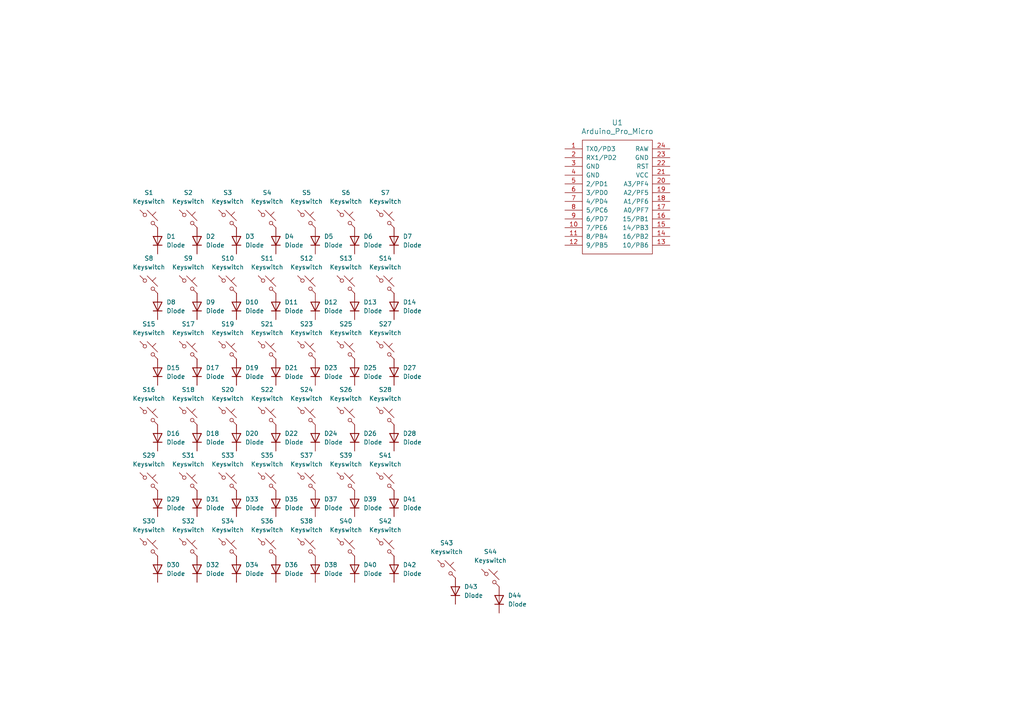
<source format=kicad_sch>
(kicad_sch (version 20230121) (generator eeschema)

  (uuid 90342272-af70-494a-83a1-3cfb4f83cb4c)

  (paper "A4")

  (lib_symbols
    (symbol "ScottoKeebs:MCU_Arduino_Pro_Micro" (pin_names (offset 1.016)) (in_bom yes) (on_board yes)
      (property "Reference" "U" (at 0 0 0)
        (effects (font (size 1.524 1.524)))
      )
      (property "Value" "Arduino_Pro_Micro" (at 0 -19.05 0)
        (effects (font (size 1.524 1.524)))
      )
      (property "Footprint" "ScottoKeebs_MCU:Arduino_Pro_Micro" (at 0 -22.86 0)
        (effects (font (size 1.524 1.524)) hide)
      )
      (property "Datasheet" "" (at 26.67 -63.5 90)
        (effects (font (size 1.524 1.524)) hide)
      )
      (symbol "MCU_Arduino_Pro_Micro_0_1"
        (rectangle (start -10.16 16.51) (end 10.16 -16.51)
          (stroke (width 0) (type solid))
          (fill (type none))
        )
      )
      (symbol "MCU_Arduino_Pro_Micro_1_1"
        (pin input line (at -15.24 13.97 0) (length 5.08)
          (name "TX0/PD3" (effects (font (size 1.27 1.27))))
          (number "1" (effects (font (size 1.27 1.27))))
        )
        (pin input line (at -15.24 -8.89 0) (length 5.08)
          (name "7/PE6" (effects (font (size 1.27 1.27))))
          (number "10" (effects (font (size 1.27 1.27))))
        )
        (pin input line (at -15.24 -11.43 0) (length 5.08)
          (name "8/PB4" (effects (font (size 1.27 1.27))))
          (number "11" (effects (font (size 1.27 1.27))))
        )
        (pin input line (at -15.24 -13.97 0) (length 5.08)
          (name "9/PB5" (effects (font (size 1.27 1.27))))
          (number "12" (effects (font (size 1.27 1.27))))
        )
        (pin input line (at 15.24 -13.97 180) (length 5.08)
          (name "10/PB6" (effects (font (size 1.27 1.27))))
          (number "13" (effects (font (size 1.27 1.27))))
        )
        (pin input line (at 15.24 -11.43 180) (length 5.08)
          (name "16/PB2" (effects (font (size 1.27 1.27))))
          (number "14" (effects (font (size 1.27 1.27))))
        )
        (pin input line (at 15.24 -8.89 180) (length 5.08)
          (name "14/PB3" (effects (font (size 1.27 1.27))))
          (number "15" (effects (font (size 1.27 1.27))))
        )
        (pin input line (at 15.24 -6.35 180) (length 5.08)
          (name "15/PB1" (effects (font (size 1.27 1.27))))
          (number "16" (effects (font (size 1.27 1.27))))
        )
        (pin input line (at 15.24 -3.81 180) (length 5.08)
          (name "A0/PF7" (effects (font (size 1.27 1.27))))
          (number "17" (effects (font (size 1.27 1.27))))
        )
        (pin input line (at 15.24 -1.27 180) (length 5.08)
          (name "A1/PF6" (effects (font (size 1.27 1.27))))
          (number "18" (effects (font (size 1.27 1.27))))
        )
        (pin input line (at 15.24 1.27 180) (length 5.08)
          (name "A2/PF5" (effects (font (size 1.27 1.27))))
          (number "19" (effects (font (size 1.27 1.27))))
        )
        (pin input line (at -15.24 11.43 0) (length 5.08)
          (name "RX1/PD2" (effects (font (size 1.27 1.27))))
          (number "2" (effects (font (size 1.27 1.27))))
        )
        (pin input line (at 15.24 3.81 180) (length 5.08)
          (name "A3/PF4" (effects (font (size 1.27 1.27))))
          (number "20" (effects (font (size 1.27 1.27))))
        )
        (pin input line (at 15.24 6.35 180) (length 5.08)
          (name "VCC" (effects (font (size 1.27 1.27))))
          (number "21" (effects (font (size 1.27 1.27))))
        )
        (pin input line (at 15.24 8.89 180) (length 5.08)
          (name "RST" (effects (font (size 1.27 1.27))))
          (number "22" (effects (font (size 1.27 1.27))))
        )
        (pin input line (at 15.24 11.43 180) (length 5.08)
          (name "GND" (effects (font (size 1.27 1.27))))
          (number "23" (effects (font (size 1.27 1.27))))
        )
        (pin input line (at 15.24 13.97 180) (length 5.08)
          (name "RAW" (effects (font (size 1.27 1.27))))
          (number "24" (effects (font (size 1.27 1.27))))
        )
        (pin input line (at -15.24 8.89 0) (length 5.08)
          (name "GND" (effects (font (size 1.27 1.27))))
          (number "3" (effects (font (size 1.27 1.27))))
        )
        (pin input line (at -15.24 6.35 0) (length 5.08)
          (name "GND" (effects (font (size 1.27 1.27))))
          (number "4" (effects (font (size 1.27 1.27))))
        )
        (pin input line (at -15.24 3.81 0) (length 5.08)
          (name "2/PD1" (effects (font (size 1.27 1.27))))
          (number "5" (effects (font (size 1.27 1.27))))
        )
        (pin input line (at -15.24 1.27 0) (length 5.08)
          (name "3/PD0" (effects (font (size 1.27 1.27))))
          (number "6" (effects (font (size 1.27 1.27))))
        )
        (pin input line (at -15.24 -1.27 0) (length 5.08)
          (name "4/PD4" (effects (font (size 1.27 1.27))))
          (number "7" (effects (font (size 1.27 1.27))))
        )
        (pin input line (at -15.24 -3.81 0) (length 5.08)
          (name "5/PC6" (effects (font (size 1.27 1.27))))
          (number "8" (effects (font (size 1.27 1.27))))
        )
        (pin input line (at -15.24 -6.35 0) (length 5.08)
          (name "6/PD7" (effects (font (size 1.27 1.27))))
          (number "9" (effects (font (size 1.27 1.27))))
        )
      )
    )
    (symbol "ScottoKeebs:Placeholder_Diode" (pin_numbers hide) (pin_names hide) (in_bom yes) (on_board yes)
      (property "Reference" "D" (at 0 2.54 0)
        (effects (font (size 1.27 1.27)))
      )
      (property "Value" "Diode" (at 0 -2.54 0)
        (effects (font (size 1.27 1.27)))
      )
      (property "Footprint" "" (at 0 0 0)
        (effects (font (size 1.27 1.27)) hide)
      )
      (property "Datasheet" "" (at 0 0 0)
        (effects (font (size 1.27 1.27)) hide)
      )
      (property "Sim.Device" "D" (at 0 0 0)
        (effects (font (size 1.27 1.27)) hide)
      )
      (property "Sim.Pins" "1=K 2=A" (at 0 0 0)
        (effects (font (size 1.27 1.27)) hide)
      )
      (property "ki_keywords" "diode" (at 0 0 0)
        (effects (font (size 1.27 1.27)) hide)
      )
      (property "ki_description" "1N4148 (DO-35) or 1N4148W (SOD-123)" (at 0 0 0)
        (effects (font (size 1.27 1.27)) hide)
      )
      (property "ki_fp_filters" "D*DO?35*" (at 0 0 0)
        (effects (font (size 1.27 1.27)) hide)
      )
      (symbol "Placeholder_Diode_0_1"
        (polyline
          (pts
            (xy -1.27 1.27)
            (xy -1.27 -1.27)
          )
          (stroke (width 0.254) (type default))
          (fill (type none))
        )
        (polyline
          (pts
            (xy 1.27 0)
            (xy -1.27 0)
          )
          (stroke (width 0) (type default))
          (fill (type none))
        )
        (polyline
          (pts
            (xy 1.27 1.27)
            (xy 1.27 -1.27)
            (xy -1.27 0)
            (xy 1.27 1.27)
          )
          (stroke (width 0.254) (type default))
          (fill (type none))
        )
      )
      (symbol "Placeholder_Diode_1_1"
        (pin passive line (at -3.81 0 0) (length 2.54)
          (name "K" (effects (font (size 1.27 1.27))))
          (number "1" (effects (font (size 1.27 1.27))))
        )
        (pin passive line (at 3.81 0 180) (length 2.54)
          (name "A" (effects (font (size 1.27 1.27))))
          (number "2" (effects (font (size 1.27 1.27))))
        )
      )
    )
    (symbol "ScottoKeebs:Placeholder_Keyswitch" (pin_numbers hide) (pin_names (offset 1.016) hide) (in_bom yes) (on_board yes)
      (property "Reference" "S" (at 3.048 1.016 0)
        (effects (font (size 1.27 1.27)) (justify left))
      )
      (property "Value" "Keyswitch" (at 0 -3.81 0)
        (effects (font (size 1.27 1.27)))
      )
      (property "Footprint" "" (at 0 0 0)
        (effects (font (size 1.27 1.27)) hide)
      )
      (property "Datasheet" "~" (at 0 0 0)
        (effects (font (size 1.27 1.27)) hide)
      )
      (property "ki_keywords" "switch normally-open pushbutton push-button" (at 0 0 0)
        (effects (font (size 1.27 1.27)) hide)
      )
      (property "ki_description" "Push button switch, normally open, two pins, 45° tilted" (at 0 0 0)
        (effects (font (size 1.27 1.27)) hide)
      )
      (symbol "Placeholder_Keyswitch_0_1"
        (circle (center -1.1684 1.1684) (radius 0.508)
          (stroke (width 0) (type default))
          (fill (type none))
        )
        (polyline
          (pts
            (xy -0.508 2.54)
            (xy 2.54 -0.508)
          )
          (stroke (width 0) (type default))
          (fill (type none))
        )
        (polyline
          (pts
            (xy 1.016 1.016)
            (xy 2.032 2.032)
          )
          (stroke (width 0) (type default))
          (fill (type none))
        )
        (polyline
          (pts
            (xy -2.54 2.54)
            (xy -1.524 1.524)
            (xy -1.524 1.524)
          )
          (stroke (width 0) (type default))
          (fill (type none))
        )
        (polyline
          (pts
            (xy 1.524 -1.524)
            (xy 2.54 -2.54)
            (xy 2.54 -2.54)
            (xy 2.54 -2.54)
          )
          (stroke (width 0) (type default))
          (fill (type none))
        )
        (circle (center 1.143 -1.1938) (radius 0.508)
          (stroke (width 0) (type default))
          (fill (type none))
        )
        (pin passive line (at -2.54 2.54 0) (length 0)
          (name "1" (effects (font (size 1.27 1.27))))
          (number "1" (effects (font (size 1.27 1.27))))
        )
        (pin passive line (at 2.54 -2.54 180) (length 0)
          (name "2" (effects (font (size 1.27 1.27))))
          (number "2" (effects (font (size 1.27 1.27))))
        )
      )
    )
  )


  (symbol (lib_id "ScottoKeebs:Placeholder_Diode") (at 114.3 165.1 90) (unit 1)
    (in_bom yes) (on_board yes) (dnp no) (fields_autoplaced)
    (uuid 03ead9a0-c3fa-4468-bd5c-7b80277f3500)
    (property "Reference" "D42" (at 116.84 163.83 90)
      (effects (font (size 1.27 1.27)) (justify right))
    )
    (property "Value" "Diode" (at 116.84 166.37 90)
      (effects (font (size 1.27 1.27)) (justify right))
    )
    (property "Footprint" "" (at 114.3 165.1 0)
      (effects (font (size 1.27 1.27)) hide)
    )
    (property "Datasheet" "" (at 114.3 165.1 0)
      (effects (font (size 1.27 1.27)) hide)
    )
    (property "Sim.Device" "D" (at 114.3 165.1 0)
      (effects (font (size 1.27 1.27)) hide)
    )
    (property "Sim.Pins" "1=K 2=A" (at 114.3 165.1 0)
      (effects (font (size 1.27 1.27)) hide)
    )
    (pin "1" (uuid fcde69b9-b917-46a2-8d6a-e0883f5f38bc))
    (pin "2" (uuid 79937b7f-e05f-44a2-9e70-6f50c5a96ab0))
    (instances
      (project "ErgoReise"
        (path "/90342272-af70-494a-83a1-3cfb4f83cb4c"
          (reference "D42") (unit 1)
        )
      )
    )
  )

  (symbol (lib_id "ScottoKeebs:Placeholder_Diode") (at 68.58 165.1 90) (unit 1)
    (in_bom yes) (on_board yes) (dnp no) (fields_autoplaced)
    (uuid 050c083a-2089-43fa-9bb8-13311771878c)
    (property "Reference" "D34" (at 71.12 163.83 90)
      (effects (font (size 1.27 1.27)) (justify right))
    )
    (property "Value" "Diode" (at 71.12 166.37 90)
      (effects (font (size 1.27 1.27)) (justify right))
    )
    (property "Footprint" "" (at 68.58 165.1 0)
      (effects (font (size 1.27 1.27)) hide)
    )
    (property "Datasheet" "" (at 68.58 165.1 0)
      (effects (font (size 1.27 1.27)) hide)
    )
    (property "Sim.Device" "D" (at 68.58 165.1 0)
      (effects (font (size 1.27 1.27)) hide)
    )
    (property "Sim.Pins" "1=K 2=A" (at 68.58 165.1 0)
      (effects (font (size 1.27 1.27)) hide)
    )
    (pin "1" (uuid ffd18390-03dd-492b-b66d-024f2496ce5c))
    (pin "2" (uuid 34abf0af-d749-4995-aeab-0500a53186a6))
    (instances
      (project "ErgoReise"
        (path "/90342272-af70-494a-83a1-3cfb4f83cb4c"
          (reference "D34") (unit 1)
        )
      )
    )
  )

  (symbol (lib_id "ScottoKeebs:Placeholder_Keyswitch") (at 100.33 82.55 0) (unit 1)
    (in_bom yes) (on_board yes) (dnp no) (fields_autoplaced)
    (uuid 08e16e5e-558e-4982-b19b-3394ae8f384d)
    (property "Reference" "S13" (at 100.33 74.93 0)
      (effects (font (size 1.27 1.27)))
    )
    (property "Value" "Keyswitch" (at 100.33 77.47 0)
      (effects (font (size 1.27 1.27)))
    )
    (property "Footprint" "" (at 100.33 82.55 0)
      (effects (font (size 1.27 1.27)) hide)
    )
    (property "Datasheet" "~" (at 100.33 82.55 0)
      (effects (font (size 1.27 1.27)) hide)
    )
    (pin "2" (uuid d8f05005-9664-4c5e-acbd-7390dc753320))
    (pin "1" (uuid 730cf29b-502e-48e7-9b16-0a5d88c39275))
    (instances
      (project "ErgoReise"
        (path "/90342272-af70-494a-83a1-3cfb4f83cb4c"
          (reference "S13") (unit 1)
        )
      )
    )
  )

  (symbol (lib_id "ScottoKeebs:Placeholder_Keyswitch") (at 77.47 158.75 0) (unit 1)
    (in_bom yes) (on_board yes) (dnp no) (fields_autoplaced)
    (uuid 0c9e8b88-1804-486e-b215-efca5c44096d)
    (property "Reference" "S36" (at 77.47 151.13 0)
      (effects (font (size 1.27 1.27)))
    )
    (property "Value" "Keyswitch" (at 77.47 153.67 0)
      (effects (font (size 1.27 1.27)))
    )
    (property "Footprint" "" (at 77.47 158.75 0)
      (effects (font (size 1.27 1.27)) hide)
    )
    (property "Datasheet" "~" (at 77.47 158.75 0)
      (effects (font (size 1.27 1.27)) hide)
    )
    (pin "2" (uuid bb7c342a-4f80-44a8-856d-3bfc75931d50))
    (pin "1" (uuid f4bc3965-5525-44a4-b71e-32f11c23b2ee))
    (instances
      (project "ErgoReise"
        (path "/90342272-af70-494a-83a1-3cfb4f83cb4c"
          (reference "S36") (unit 1)
        )
      )
    )
  )

  (symbol (lib_id "ScottoKeebs:Placeholder_Diode") (at 102.87 165.1 90) (unit 1)
    (in_bom yes) (on_board yes) (dnp no) (fields_autoplaced)
    (uuid 0cfd4d17-d2b8-45ff-9ff3-4c8677ef29b9)
    (property "Reference" "D40" (at 105.41 163.83 90)
      (effects (font (size 1.27 1.27)) (justify right))
    )
    (property "Value" "Diode" (at 105.41 166.37 90)
      (effects (font (size 1.27 1.27)) (justify right))
    )
    (property "Footprint" "" (at 102.87 165.1 0)
      (effects (font (size 1.27 1.27)) hide)
    )
    (property "Datasheet" "" (at 102.87 165.1 0)
      (effects (font (size 1.27 1.27)) hide)
    )
    (property "Sim.Device" "D" (at 102.87 165.1 0)
      (effects (font (size 1.27 1.27)) hide)
    )
    (property "Sim.Pins" "1=K 2=A" (at 102.87 165.1 0)
      (effects (font (size 1.27 1.27)) hide)
    )
    (pin "1" (uuid 9bfe6a69-8605-4737-bc8e-0445b8673501))
    (pin "2" (uuid 91a9d86f-2a6a-43ed-a923-7b705d132378))
    (instances
      (project "ErgoReise"
        (path "/90342272-af70-494a-83a1-3cfb4f83cb4c"
          (reference "D40") (unit 1)
        )
      )
    )
  )

  (symbol (lib_id "ScottoKeebs:Placeholder_Diode") (at 132.08 171.45 90) (unit 1)
    (in_bom yes) (on_board yes) (dnp no) (fields_autoplaced)
    (uuid 0d191a19-031b-494c-b6fa-4df46fa48a63)
    (property "Reference" "D43" (at 134.62 170.18 90)
      (effects (font (size 1.27 1.27)) (justify right))
    )
    (property "Value" "Diode" (at 134.62 172.72 90)
      (effects (font (size 1.27 1.27)) (justify right))
    )
    (property "Footprint" "" (at 132.08 171.45 0)
      (effects (font (size 1.27 1.27)) hide)
    )
    (property "Datasheet" "" (at 132.08 171.45 0)
      (effects (font (size 1.27 1.27)) hide)
    )
    (property "Sim.Device" "D" (at 132.08 171.45 0)
      (effects (font (size 1.27 1.27)) hide)
    )
    (property "Sim.Pins" "1=K 2=A" (at 132.08 171.45 0)
      (effects (font (size 1.27 1.27)) hide)
    )
    (pin "1" (uuid 4aaddf86-3dcb-4eaf-893f-2eb24fdb7fbd))
    (pin "2" (uuid 3e530747-77fb-4785-87d6-74499eba2d16))
    (instances
      (project "ErgoReise"
        (path "/90342272-af70-494a-83a1-3cfb4f83cb4c"
          (reference "D43") (unit 1)
        )
      )
    )
  )

  (symbol (lib_id "ScottoKeebs:Placeholder_Keyswitch") (at 100.33 63.5 0) (unit 1)
    (in_bom yes) (on_board yes) (dnp no) (fields_autoplaced)
    (uuid 109c61c0-06da-4a05-ba3c-d5aedb31fc38)
    (property "Reference" "S6" (at 100.33 55.88 0)
      (effects (font (size 1.27 1.27)))
    )
    (property "Value" "Keyswitch" (at 100.33 58.42 0)
      (effects (font (size 1.27 1.27)))
    )
    (property "Footprint" "" (at 100.33 63.5 0)
      (effects (font (size 1.27 1.27)) hide)
    )
    (property "Datasheet" "~" (at 100.33 63.5 0)
      (effects (font (size 1.27 1.27)) hide)
    )
    (pin "2" (uuid dcfda8a3-aac4-4185-b458-7e383a7a94fb))
    (pin "1" (uuid 78452fd7-08a0-4639-b25c-29a345d96612))
    (instances
      (project "ErgoReise"
        (path "/90342272-af70-494a-83a1-3cfb4f83cb4c"
          (reference "S6") (unit 1)
        )
      )
    )
  )

  (symbol (lib_id "ScottoKeebs:Placeholder_Keyswitch") (at 111.76 120.65 0) (unit 1)
    (in_bom yes) (on_board yes) (dnp no) (fields_autoplaced)
    (uuid 10eb1073-668f-4be4-9009-9623e980e29f)
    (property "Reference" "S28" (at 111.76 113.03 0)
      (effects (font (size 1.27 1.27)))
    )
    (property "Value" "Keyswitch" (at 111.76 115.57 0)
      (effects (font (size 1.27 1.27)))
    )
    (property "Footprint" "" (at 111.76 120.65 0)
      (effects (font (size 1.27 1.27)) hide)
    )
    (property "Datasheet" "~" (at 111.76 120.65 0)
      (effects (font (size 1.27 1.27)) hide)
    )
    (pin "2" (uuid a279c939-df57-4d59-bfe6-deeb55ac7bfb))
    (pin "1" (uuid 43e9ff88-0312-4414-886e-354ceab6ffa7))
    (instances
      (project "ErgoReise"
        (path "/90342272-af70-494a-83a1-3cfb4f83cb4c"
          (reference "S28") (unit 1)
        )
      )
    )
  )

  (symbol (lib_id "ScottoKeebs:Placeholder_Keyswitch") (at 100.33 120.65 0) (unit 1)
    (in_bom yes) (on_board yes) (dnp no) (fields_autoplaced)
    (uuid 14148c01-7ca3-4ef9-8b8d-9369b2f970cd)
    (property "Reference" "S26" (at 100.33 113.03 0)
      (effects (font (size 1.27 1.27)))
    )
    (property "Value" "Keyswitch" (at 100.33 115.57 0)
      (effects (font (size 1.27 1.27)))
    )
    (property "Footprint" "" (at 100.33 120.65 0)
      (effects (font (size 1.27 1.27)) hide)
    )
    (property "Datasheet" "~" (at 100.33 120.65 0)
      (effects (font (size 1.27 1.27)) hide)
    )
    (pin "2" (uuid 9c4a6701-d921-4107-ba1d-03303b7c0377))
    (pin "1" (uuid 5de32f50-dde0-4442-92e9-c94bb884bfb6))
    (instances
      (project "ErgoReise"
        (path "/90342272-af70-494a-83a1-3cfb4f83cb4c"
          (reference "S26") (unit 1)
        )
      )
    )
  )

  (symbol (lib_id "ScottoKeebs:Placeholder_Keyswitch") (at 111.76 139.7 0) (unit 1)
    (in_bom yes) (on_board yes) (dnp no) (fields_autoplaced)
    (uuid 145ae906-26b0-46e6-969e-b2541057ff08)
    (property "Reference" "S41" (at 111.76 132.08 0)
      (effects (font (size 1.27 1.27)))
    )
    (property "Value" "Keyswitch" (at 111.76 134.62 0)
      (effects (font (size 1.27 1.27)))
    )
    (property "Footprint" "" (at 111.76 139.7 0)
      (effects (font (size 1.27 1.27)) hide)
    )
    (property "Datasheet" "~" (at 111.76 139.7 0)
      (effects (font (size 1.27 1.27)) hide)
    )
    (pin "2" (uuid 88c930a3-ca56-486d-94d7-9a5e87698045))
    (pin "1" (uuid a5af747a-e702-4055-9450-1108f4bfbd26))
    (instances
      (project "ErgoReise"
        (path "/90342272-af70-494a-83a1-3cfb4f83cb4c"
          (reference "S41") (unit 1)
        )
      )
    )
  )

  (symbol (lib_id "ScottoKeebs:Placeholder_Diode") (at 68.58 127 90) (unit 1)
    (in_bom yes) (on_board yes) (dnp no) (fields_autoplaced)
    (uuid 17216fef-cc53-4a5d-963a-7c613feab367)
    (property "Reference" "D20" (at 71.12 125.73 90)
      (effects (font (size 1.27 1.27)) (justify right))
    )
    (property "Value" "Diode" (at 71.12 128.27 90)
      (effects (font (size 1.27 1.27)) (justify right))
    )
    (property "Footprint" "" (at 68.58 127 0)
      (effects (font (size 1.27 1.27)) hide)
    )
    (property "Datasheet" "" (at 68.58 127 0)
      (effects (font (size 1.27 1.27)) hide)
    )
    (property "Sim.Device" "D" (at 68.58 127 0)
      (effects (font (size 1.27 1.27)) hide)
    )
    (property "Sim.Pins" "1=K 2=A" (at 68.58 127 0)
      (effects (font (size 1.27 1.27)) hide)
    )
    (pin "1" (uuid 306e7abf-8d5b-4135-935a-463e4fb2f52e))
    (pin "2" (uuid d274d57b-5505-4302-92ee-4db89582daf0))
    (instances
      (project "ErgoReise"
        (path "/90342272-af70-494a-83a1-3cfb4f83cb4c"
          (reference "D20") (unit 1)
        )
      )
    )
  )

  (symbol (lib_id "ScottoKeebs:Placeholder_Diode") (at 45.72 88.9 90) (unit 1)
    (in_bom yes) (on_board yes) (dnp no) (fields_autoplaced)
    (uuid 194f6526-a506-4463-b0f9-e356b73e3cd2)
    (property "Reference" "D8" (at 48.26 87.63 90)
      (effects (font (size 1.27 1.27)) (justify right))
    )
    (property "Value" "Diode" (at 48.26 90.17 90)
      (effects (font (size 1.27 1.27)) (justify right))
    )
    (property "Footprint" "" (at 45.72 88.9 0)
      (effects (font (size 1.27 1.27)) hide)
    )
    (property "Datasheet" "" (at 45.72 88.9 0)
      (effects (font (size 1.27 1.27)) hide)
    )
    (property "Sim.Device" "D" (at 45.72 88.9 0)
      (effects (font (size 1.27 1.27)) hide)
    )
    (property "Sim.Pins" "1=K 2=A" (at 45.72 88.9 0)
      (effects (font (size 1.27 1.27)) hide)
    )
    (pin "1" (uuid cc8da99e-281f-4098-8b93-66041fab2452))
    (pin "2" (uuid d8fb283a-2fdb-4cbf-9675-64d484476474))
    (instances
      (project "ErgoReise"
        (path "/90342272-af70-494a-83a1-3cfb4f83cb4c"
          (reference "D8") (unit 1)
        )
      )
    )
  )

  (symbol (lib_id "ScottoKeebs:Placeholder_Diode") (at 80.01 127 90) (unit 1)
    (in_bom yes) (on_board yes) (dnp no) (fields_autoplaced)
    (uuid 1a2c40ed-6850-4d7f-b25e-71f95b260e42)
    (property "Reference" "D22" (at 82.55 125.73 90)
      (effects (font (size 1.27 1.27)) (justify right))
    )
    (property "Value" "Diode" (at 82.55 128.27 90)
      (effects (font (size 1.27 1.27)) (justify right))
    )
    (property "Footprint" "" (at 80.01 127 0)
      (effects (font (size 1.27 1.27)) hide)
    )
    (property "Datasheet" "" (at 80.01 127 0)
      (effects (font (size 1.27 1.27)) hide)
    )
    (property "Sim.Device" "D" (at 80.01 127 0)
      (effects (font (size 1.27 1.27)) hide)
    )
    (property "Sim.Pins" "1=K 2=A" (at 80.01 127 0)
      (effects (font (size 1.27 1.27)) hide)
    )
    (pin "1" (uuid 9937dc7f-ce8a-450c-8f5b-dec43ea67ea6))
    (pin "2" (uuid 13a1b5c8-1c47-4f2c-a950-ee352192b401))
    (instances
      (project "ErgoReise"
        (path "/90342272-af70-494a-83a1-3cfb4f83cb4c"
          (reference "D22") (unit 1)
        )
      )
    )
  )

  (symbol (lib_id "ScottoKeebs:Placeholder_Diode") (at 114.3 69.85 90) (unit 1)
    (in_bom yes) (on_board yes) (dnp no) (fields_autoplaced)
    (uuid 1c67d4bf-8c8a-4565-bf9b-aa09ac5bc493)
    (property "Reference" "D7" (at 116.84 68.58 90)
      (effects (font (size 1.27 1.27)) (justify right))
    )
    (property "Value" "Diode" (at 116.84 71.12 90)
      (effects (font (size 1.27 1.27)) (justify right))
    )
    (property "Footprint" "" (at 114.3 69.85 0)
      (effects (font (size 1.27 1.27)) hide)
    )
    (property "Datasheet" "" (at 114.3 69.85 0)
      (effects (font (size 1.27 1.27)) hide)
    )
    (property "Sim.Device" "D" (at 114.3 69.85 0)
      (effects (font (size 1.27 1.27)) hide)
    )
    (property "Sim.Pins" "1=K 2=A" (at 114.3 69.85 0)
      (effects (font (size 1.27 1.27)) hide)
    )
    (pin "1" (uuid 3488501e-b436-4f8d-9b30-f793d221e1d9))
    (pin "2" (uuid d39b8d29-c47f-4772-95dc-8f1726220ed9))
    (instances
      (project "ErgoReise"
        (path "/90342272-af70-494a-83a1-3cfb4f83cb4c"
          (reference "D7") (unit 1)
        )
      )
    )
  )

  (symbol (lib_id "ScottoKeebs:Placeholder_Keyswitch") (at 66.04 139.7 0) (unit 1)
    (in_bom yes) (on_board yes) (dnp no) (fields_autoplaced)
    (uuid 1ecd7605-4084-41d3-a911-b909ad847f1d)
    (property "Reference" "S33" (at 66.04 132.08 0)
      (effects (font (size 1.27 1.27)))
    )
    (property "Value" "Keyswitch" (at 66.04 134.62 0)
      (effects (font (size 1.27 1.27)))
    )
    (property "Footprint" "" (at 66.04 139.7 0)
      (effects (font (size 1.27 1.27)) hide)
    )
    (property "Datasheet" "~" (at 66.04 139.7 0)
      (effects (font (size 1.27 1.27)) hide)
    )
    (pin "2" (uuid be8d885e-31d2-4a6b-ad38-1a7406fc4247))
    (pin "1" (uuid 301fb879-08cc-41b4-a501-d337636dfab2))
    (instances
      (project "ErgoReise"
        (path "/90342272-af70-494a-83a1-3cfb4f83cb4c"
          (reference "S33") (unit 1)
        )
      )
    )
  )

  (symbol (lib_id "ScottoKeebs:Placeholder_Diode") (at 68.58 146.05 90) (unit 1)
    (in_bom yes) (on_board yes) (dnp no) (fields_autoplaced)
    (uuid 25e2cbbd-557a-4799-87b7-2359325c31bb)
    (property "Reference" "D33" (at 71.12 144.78 90)
      (effects (font (size 1.27 1.27)) (justify right))
    )
    (property "Value" "Diode" (at 71.12 147.32 90)
      (effects (font (size 1.27 1.27)) (justify right))
    )
    (property "Footprint" "" (at 68.58 146.05 0)
      (effects (font (size 1.27 1.27)) hide)
    )
    (property "Datasheet" "" (at 68.58 146.05 0)
      (effects (font (size 1.27 1.27)) hide)
    )
    (property "Sim.Device" "D" (at 68.58 146.05 0)
      (effects (font (size 1.27 1.27)) hide)
    )
    (property "Sim.Pins" "1=K 2=A" (at 68.58 146.05 0)
      (effects (font (size 1.27 1.27)) hide)
    )
    (pin "1" (uuid 75b2d137-efb9-495c-8bb3-8d9a7db417b1))
    (pin "2" (uuid 23b4e7ff-9468-46b7-b8bc-7e44a57e7cd4))
    (instances
      (project "ErgoReise"
        (path "/90342272-af70-494a-83a1-3cfb4f83cb4c"
          (reference "D33") (unit 1)
        )
      )
    )
  )

  (symbol (lib_id "ScottoKeebs:Placeholder_Diode") (at 144.78 173.99 90) (unit 1)
    (in_bom yes) (on_board yes) (dnp no) (fields_autoplaced)
    (uuid 26b4707e-fe5d-4532-a461-19ec947d12b9)
    (property "Reference" "D44" (at 147.32 172.72 90)
      (effects (font (size 1.27 1.27)) (justify right))
    )
    (property "Value" "Diode" (at 147.32 175.26 90)
      (effects (font (size 1.27 1.27)) (justify right))
    )
    (property "Footprint" "" (at 144.78 173.99 0)
      (effects (font (size 1.27 1.27)) hide)
    )
    (property "Datasheet" "" (at 144.78 173.99 0)
      (effects (font (size 1.27 1.27)) hide)
    )
    (property "Sim.Device" "D" (at 144.78 173.99 0)
      (effects (font (size 1.27 1.27)) hide)
    )
    (property "Sim.Pins" "1=K 2=A" (at 144.78 173.99 0)
      (effects (font (size 1.27 1.27)) hide)
    )
    (pin "1" (uuid 1490fdd5-a0c6-4473-8778-3fb633a721a1))
    (pin "2" (uuid 43169064-dbe5-446a-aa42-0d81cbe9ef05))
    (instances
      (project "ErgoReise"
        (path "/90342272-af70-494a-83a1-3cfb4f83cb4c"
          (reference "D44") (unit 1)
        )
      )
    )
  )

  (symbol (lib_id "ScottoKeebs:Placeholder_Keyswitch") (at 77.47 139.7 0) (unit 1)
    (in_bom yes) (on_board yes) (dnp no) (fields_autoplaced)
    (uuid 2a9cedd6-37e2-4595-85d6-7fc301ff1e04)
    (property "Reference" "S35" (at 77.47 132.08 0)
      (effects (font (size 1.27 1.27)))
    )
    (property "Value" "Keyswitch" (at 77.47 134.62 0)
      (effects (font (size 1.27 1.27)))
    )
    (property "Footprint" "" (at 77.47 139.7 0)
      (effects (font (size 1.27 1.27)) hide)
    )
    (property "Datasheet" "~" (at 77.47 139.7 0)
      (effects (font (size 1.27 1.27)) hide)
    )
    (pin "2" (uuid a25692ea-b3e8-4086-92c4-b38c8d22cd51))
    (pin "1" (uuid 5d110c5b-55da-438e-84df-0a2cd4d3b33a))
    (instances
      (project "ErgoReise"
        (path "/90342272-af70-494a-83a1-3cfb4f83cb4c"
          (reference "S35") (unit 1)
        )
      )
    )
  )

  (symbol (lib_id "ScottoKeebs:Placeholder_Keyswitch") (at 43.18 139.7 0) (unit 1)
    (in_bom yes) (on_board yes) (dnp no) (fields_autoplaced)
    (uuid 2c345677-48fb-4039-a415-560043212248)
    (property "Reference" "S29" (at 43.18 132.08 0)
      (effects (font (size 1.27 1.27)))
    )
    (property "Value" "Keyswitch" (at 43.18 134.62 0)
      (effects (font (size 1.27 1.27)))
    )
    (property "Footprint" "" (at 43.18 139.7 0)
      (effects (font (size 1.27 1.27)) hide)
    )
    (property "Datasheet" "~" (at 43.18 139.7 0)
      (effects (font (size 1.27 1.27)) hide)
    )
    (pin "2" (uuid 7062bd36-ca60-4132-8a11-04bf07dff8cf))
    (pin "1" (uuid 54f1bdbe-895f-436f-a150-cade3e1331c5))
    (instances
      (project "ErgoReise"
        (path "/90342272-af70-494a-83a1-3cfb4f83cb4c"
          (reference "S29") (unit 1)
        )
      )
    )
  )

  (symbol (lib_id "ScottoKeebs:Placeholder_Diode") (at 91.44 88.9 90) (unit 1)
    (in_bom yes) (on_board yes) (dnp no) (fields_autoplaced)
    (uuid 30f5a066-bf31-4521-a8bc-8ded16b89142)
    (property "Reference" "D12" (at 93.98 87.63 90)
      (effects (font (size 1.27 1.27)) (justify right))
    )
    (property "Value" "Diode" (at 93.98 90.17 90)
      (effects (font (size 1.27 1.27)) (justify right))
    )
    (property "Footprint" "" (at 91.44 88.9 0)
      (effects (font (size 1.27 1.27)) hide)
    )
    (property "Datasheet" "" (at 91.44 88.9 0)
      (effects (font (size 1.27 1.27)) hide)
    )
    (property "Sim.Device" "D" (at 91.44 88.9 0)
      (effects (font (size 1.27 1.27)) hide)
    )
    (property "Sim.Pins" "1=K 2=A" (at 91.44 88.9 0)
      (effects (font (size 1.27 1.27)) hide)
    )
    (pin "1" (uuid c01d38f5-da39-4666-80c5-834b12ea49e1))
    (pin "2" (uuid c9997d50-256d-4075-a46f-6b9f39877eb3))
    (instances
      (project "ErgoReise"
        (path "/90342272-af70-494a-83a1-3cfb4f83cb4c"
          (reference "D12") (unit 1)
        )
      )
    )
  )

  (symbol (lib_id "ScottoKeebs:Placeholder_Diode") (at 57.15 127 90) (unit 1)
    (in_bom yes) (on_board yes) (dnp no) (fields_autoplaced)
    (uuid 31dc2899-6e0a-452d-b66e-94e2e9610054)
    (property "Reference" "D18" (at 59.69 125.73 90)
      (effects (font (size 1.27 1.27)) (justify right))
    )
    (property "Value" "Diode" (at 59.69 128.27 90)
      (effects (font (size 1.27 1.27)) (justify right))
    )
    (property "Footprint" "" (at 57.15 127 0)
      (effects (font (size 1.27 1.27)) hide)
    )
    (property "Datasheet" "" (at 57.15 127 0)
      (effects (font (size 1.27 1.27)) hide)
    )
    (property "Sim.Device" "D" (at 57.15 127 0)
      (effects (font (size 1.27 1.27)) hide)
    )
    (property "Sim.Pins" "1=K 2=A" (at 57.15 127 0)
      (effects (font (size 1.27 1.27)) hide)
    )
    (pin "1" (uuid c0ecb81f-fb44-42bd-aca5-7b1e3fd8708c))
    (pin "2" (uuid f6bac87f-8f8b-419a-b891-a576c592c336))
    (instances
      (project "ErgoReise"
        (path "/90342272-af70-494a-83a1-3cfb4f83cb4c"
          (reference "D18") (unit 1)
        )
      )
    )
  )

  (symbol (lib_id "ScottoKeebs:Placeholder_Keyswitch") (at 88.9 120.65 0) (unit 1)
    (in_bom yes) (on_board yes) (dnp no) (fields_autoplaced)
    (uuid 31fc0aae-e852-4717-903c-c5323093037a)
    (property "Reference" "S24" (at 88.9 113.03 0)
      (effects (font (size 1.27 1.27)))
    )
    (property "Value" "Keyswitch" (at 88.9 115.57 0)
      (effects (font (size 1.27 1.27)))
    )
    (property "Footprint" "" (at 88.9 120.65 0)
      (effects (font (size 1.27 1.27)) hide)
    )
    (property "Datasheet" "~" (at 88.9 120.65 0)
      (effects (font (size 1.27 1.27)) hide)
    )
    (pin "2" (uuid 6fb32100-27a1-4dab-8514-d549d7841cb5))
    (pin "1" (uuid 3da65e3a-c36c-4356-a542-f29d3d5d63c5))
    (instances
      (project "ErgoReise"
        (path "/90342272-af70-494a-83a1-3cfb4f83cb4c"
          (reference "S24") (unit 1)
        )
      )
    )
  )

  (symbol (lib_id "ScottoKeebs:Placeholder_Keyswitch") (at 77.47 120.65 0) (unit 1)
    (in_bom yes) (on_board yes) (dnp no) (fields_autoplaced)
    (uuid 34f70c62-3611-405c-b15e-59b359d2bc7b)
    (property "Reference" "S22" (at 77.47 113.03 0)
      (effects (font (size 1.27 1.27)))
    )
    (property "Value" "Keyswitch" (at 77.47 115.57 0)
      (effects (font (size 1.27 1.27)))
    )
    (property "Footprint" "" (at 77.47 120.65 0)
      (effects (font (size 1.27 1.27)) hide)
    )
    (property "Datasheet" "~" (at 77.47 120.65 0)
      (effects (font (size 1.27 1.27)) hide)
    )
    (pin "2" (uuid e6422d13-5115-4610-8440-f4f6589df122))
    (pin "1" (uuid 7a031c3b-9191-4405-bd48-14efd73860c1))
    (instances
      (project "ErgoReise"
        (path "/90342272-af70-494a-83a1-3cfb4f83cb4c"
          (reference "S22") (unit 1)
        )
      )
    )
  )

  (symbol (lib_id "ScottoKeebs:Placeholder_Keyswitch") (at 100.33 158.75 0) (unit 1)
    (in_bom yes) (on_board yes) (dnp no) (fields_autoplaced)
    (uuid 368ab8d7-3a5b-4d6c-90aa-9c7eec44f858)
    (property "Reference" "S40" (at 100.33 151.13 0)
      (effects (font (size 1.27 1.27)))
    )
    (property "Value" "Keyswitch" (at 100.33 153.67 0)
      (effects (font (size 1.27 1.27)))
    )
    (property "Footprint" "" (at 100.33 158.75 0)
      (effects (font (size 1.27 1.27)) hide)
    )
    (property "Datasheet" "~" (at 100.33 158.75 0)
      (effects (font (size 1.27 1.27)) hide)
    )
    (pin "2" (uuid 590a7b7d-6417-4aa7-b50c-3842b1612b8c))
    (pin "1" (uuid 3140acab-ab49-4f0f-b85d-3db84342f5d7))
    (instances
      (project "ErgoReise"
        (path "/90342272-af70-494a-83a1-3cfb4f83cb4c"
          (reference "S40") (unit 1)
        )
      )
    )
  )

  (symbol (lib_id "ScottoKeebs:Placeholder_Keyswitch") (at 54.61 158.75 0) (unit 1)
    (in_bom yes) (on_board yes) (dnp no) (fields_autoplaced)
    (uuid 369dc501-4f98-4e70-836b-4ebc96a4cf92)
    (property "Reference" "S32" (at 54.61 151.13 0)
      (effects (font (size 1.27 1.27)))
    )
    (property "Value" "Keyswitch" (at 54.61 153.67 0)
      (effects (font (size 1.27 1.27)))
    )
    (property "Footprint" "" (at 54.61 158.75 0)
      (effects (font (size 1.27 1.27)) hide)
    )
    (property "Datasheet" "~" (at 54.61 158.75 0)
      (effects (font (size 1.27 1.27)) hide)
    )
    (pin "2" (uuid b0576847-632c-4620-b3d8-bf2aa708b2bd))
    (pin "1" (uuid 7f5c96f1-d36b-4665-91cf-f11e32f2e56a))
    (instances
      (project "ErgoReise"
        (path "/90342272-af70-494a-83a1-3cfb4f83cb4c"
          (reference "S32") (unit 1)
        )
      )
    )
  )

  (symbol (lib_id "ScottoKeebs:Placeholder_Diode") (at 57.15 107.95 90) (unit 1)
    (in_bom yes) (on_board yes) (dnp no) (fields_autoplaced)
    (uuid 3c6dcc7e-2c13-4a6f-85d9-89826f0597c2)
    (property "Reference" "D17" (at 59.69 106.68 90)
      (effects (font (size 1.27 1.27)) (justify right))
    )
    (property "Value" "Diode" (at 59.69 109.22 90)
      (effects (font (size 1.27 1.27)) (justify right))
    )
    (property "Footprint" "" (at 57.15 107.95 0)
      (effects (font (size 1.27 1.27)) hide)
    )
    (property "Datasheet" "" (at 57.15 107.95 0)
      (effects (font (size 1.27 1.27)) hide)
    )
    (property "Sim.Device" "D" (at 57.15 107.95 0)
      (effects (font (size 1.27 1.27)) hide)
    )
    (property "Sim.Pins" "1=K 2=A" (at 57.15 107.95 0)
      (effects (font (size 1.27 1.27)) hide)
    )
    (pin "1" (uuid 004e06af-e8f7-4922-ab47-24ed604bdd39))
    (pin "2" (uuid 6b166626-e746-4c17-8c8f-a522a16ff61f))
    (instances
      (project "ErgoReise"
        (path "/90342272-af70-494a-83a1-3cfb4f83cb4c"
          (reference "D17") (unit 1)
        )
      )
    )
  )

  (symbol (lib_id "ScottoKeebs:Placeholder_Keyswitch") (at 43.18 120.65 0) (unit 1)
    (in_bom yes) (on_board yes) (dnp no) (fields_autoplaced)
    (uuid 3eb6ef35-afd3-43a7-9355-b8b9f8ec90bf)
    (property "Reference" "S16" (at 43.18 113.03 0)
      (effects (font (size 1.27 1.27)))
    )
    (property "Value" "Keyswitch" (at 43.18 115.57 0)
      (effects (font (size 1.27 1.27)))
    )
    (property "Footprint" "" (at 43.18 120.65 0)
      (effects (font (size 1.27 1.27)) hide)
    )
    (property "Datasheet" "~" (at 43.18 120.65 0)
      (effects (font (size 1.27 1.27)) hide)
    )
    (pin "2" (uuid 0a3139b6-3d74-4723-a86d-e449f61aafe3))
    (pin "1" (uuid 5e255daa-dda2-46fd-a25b-a0b41437423e))
    (instances
      (project "ErgoReise"
        (path "/90342272-af70-494a-83a1-3cfb4f83cb4c"
          (reference "S16") (unit 1)
        )
      )
    )
  )

  (symbol (lib_id "ScottoKeebs:Placeholder_Diode") (at 102.87 146.05 90) (unit 1)
    (in_bom yes) (on_board yes) (dnp no) (fields_autoplaced)
    (uuid 3f0d8bd7-8b51-4a72-af8f-e453b42a551e)
    (property "Reference" "D39" (at 105.41 144.78 90)
      (effects (font (size 1.27 1.27)) (justify right))
    )
    (property "Value" "Diode" (at 105.41 147.32 90)
      (effects (font (size 1.27 1.27)) (justify right))
    )
    (property "Footprint" "" (at 102.87 146.05 0)
      (effects (font (size 1.27 1.27)) hide)
    )
    (property "Datasheet" "" (at 102.87 146.05 0)
      (effects (font (size 1.27 1.27)) hide)
    )
    (property "Sim.Device" "D" (at 102.87 146.05 0)
      (effects (font (size 1.27 1.27)) hide)
    )
    (property "Sim.Pins" "1=K 2=A" (at 102.87 146.05 0)
      (effects (font (size 1.27 1.27)) hide)
    )
    (pin "1" (uuid 7e3e2baa-b25f-4a5c-b452-e31dd4d0ceb6))
    (pin "2" (uuid 3e6e1290-7849-401d-b0ad-ece508285536))
    (instances
      (project "ErgoReise"
        (path "/90342272-af70-494a-83a1-3cfb4f83cb4c"
          (reference "D39") (unit 1)
        )
      )
    )
  )

  (symbol (lib_id "ScottoKeebs:Placeholder_Keyswitch") (at 111.76 63.5 0) (unit 1)
    (in_bom yes) (on_board yes) (dnp no) (fields_autoplaced)
    (uuid 3fe88566-49cc-4c20-b320-a5d51a8040f7)
    (property "Reference" "S7" (at 111.76 55.88 0)
      (effects (font (size 1.27 1.27)))
    )
    (property "Value" "Keyswitch" (at 111.76 58.42 0)
      (effects (font (size 1.27 1.27)))
    )
    (property "Footprint" "" (at 111.76 63.5 0)
      (effects (font (size 1.27 1.27)) hide)
    )
    (property "Datasheet" "~" (at 111.76 63.5 0)
      (effects (font (size 1.27 1.27)) hide)
    )
    (pin "2" (uuid 7b37b159-ba3e-43a1-8904-25c35047afcb))
    (pin "1" (uuid 4f489ba6-e67a-44c9-8847-0a3ae7069b78))
    (instances
      (project "ErgoReise"
        (path "/90342272-af70-494a-83a1-3cfb4f83cb4c"
          (reference "S7") (unit 1)
        )
      )
    )
  )

  (symbol (lib_id "ScottoKeebs:Placeholder_Keyswitch") (at 77.47 101.6 0) (unit 1)
    (in_bom yes) (on_board yes) (dnp no) (fields_autoplaced)
    (uuid 418f1160-c497-4a54-8315-623cc349ccbd)
    (property "Reference" "S21" (at 77.47 93.98 0)
      (effects (font (size 1.27 1.27)))
    )
    (property "Value" "Keyswitch" (at 77.47 96.52 0)
      (effects (font (size 1.27 1.27)))
    )
    (property "Footprint" "" (at 77.47 101.6 0)
      (effects (font (size 1.27 1.27)) hide)
    )
    (property "Datasheet" "~" (at 77.47 101.6 0)
      (effects (font (size 1.27 1.27)) hide)
    )
    (pin "2" (uuid e078d40d-964a-418a-b2d6-0f8b2a043986))
    (pin "1" (uuid 636f1662-2619-4209-aeb0-ac1226c462ea))
    (instances
      (project "ErgoReise"
        (path "/90342272-af70-494a-83a1-3cfb4f83cb4c"
          (reference "S21") (unit 1)
        )
      )
    )
  )

  (symbol (lib_id "ScottoKeebs:Placeholder_Keyswitch") (at 129.54 165.1 0) (unit 1)
    (in_bom yes) (on_board yes) (dnp no) (fields_autoplaced)
    (uuid 4b0b87ee-9789-4bc2-891f-1310e029f567)
    (property "Reference" "S43" (at 129.54 157.48 0)
      (effects (font (size 1.27 1.27)))
    )
    (property "Value" "Keyswitch" (at 129.54 160.02 0)
      (effects (font (size 1.27 1.27)))
    )
    (property "Footprint" "" (at 129.54 165.1 0)
      (effects (font (size 1.27 1.27)) hide)
    )
    (property "Datasheet" "~" (at 129.54 165.1 0)
      (effects (font (size 1.27 1.27)) hide)
    )
    (pin "2" (uuid e246f53a-80c2-43d4-b1b3-e7e4c20ef6c4))
    (pin "1" (uuid 5a3c7a31-ee71-4e99-b4d4-f75cc5bdee47))
    (instances
      (project "ErgoReise"
        (path "/90342272-af70-494a-83a1-3cfb4f83cb4c"
          (reference "S43") (unit 1)
        )
      )
    )
  )

  (symbol (lib_id "ScottoKeebs:Placeholder_Keyswitch") (at 43.18 82.55 0) (unit 1)
    (in_bom yes) (on_board yes) (dnp no) (fields_autoplaced)
    (uuid 5629b228-c3e9-426f-a76d-9e7b04282679)
    (property "Reference" "S8" (at 43.18 74.93 0)
      (effects (font (size 1.27 1.27)))
    )
    (property "Value" "Keyswitch" (at 43.18 77.47 0)
      (effects (font (size 1.27 1.27)))
    )
    (property "Footprint" "" (at 43.18 82.55 0)
      (effects (font (size 1.27 1.27)) hide)
    )
    (property "Datasheet" "~" (at 43.18 82.55 0)
      (effects (font (size 1.27 1.27)) hide)
    )
    (pin "2" (uuid 9b625229-ab69-47c3-85c7-3310cec81602))
    (pin "1" (uuid e08b0864-6e9f-4352-aa34-2cd38f92bf6a))
    (instances
      (project "ErgoReise"
        (path "/90342272-af70-494a-83a1-3cfb4f83cb4c"
          (reference "S8") (unit 1)
        )
      )
    )
  )

  (symbol (lib_id "ScottoKeebs:Placeholder_Keyswitch") (at 54.61 82.55 0) (unit 1)
    (in_bom yes) (on_board yes) (dnp no) (fields_autoplaced)
    (uuid 5c1b3c64-2aff-4df6-a685-21436db1f9d2)
    (property "Reference" "S9" (at 54.61 74.93 0)
      (effects (font (size 1.27 1.27)))
    )
    (property "Value" "Keyswitch" (at 54.61 77.47 0)
      (effects (font (size 1.27 1.27)))
    )
    (property "Footprint" "" (at 54.61 82.55 0)
      (effects (font (size 1.27 1.27)) hide)
    )
    (property "Datasheet" "~" (at 54.61 82.55 0)
      (effects (font (size 1.27 1.27)) hide)
    )
    (pin "2" (uuid 5bdeafac-d7cb-4ffd-985f-47431adb6abe))
    (pin "1" (uuid 67499831-38cb-44d2-aa2e-6d077c500f0c))
    (instances
      (project "ErgoReise"
        (path "/90342272-af70-494a-83a1-3cfb4f83cb4c"
          (reference "S9") (unit 1)
        )
      )
    )
  )

  (symbol (lib_id "ScottoKeebs:Placeholder_Diode") (at 114.3 146.05 90) (unit 1)
    (in_bom yes) (on_board yes) (dnp no) (fields_autoplaced)
    (uuid 5d95de66-823e-43bd-92b4-476025410bba)
    (property "Reference" "D41" (at 116.84 144.78 90)
      (effects (font (size 1.27 1.27)) (justify right))
    )
    (property "Value" "Diode" (at 116.84 147.32 90)
      (effects (font (size 1.27 1.27)) (justify right))
    )
    (property "Footprint" "" (at 114.3 146.05 0)
      (effects (font (size 1.27 1.27)) hide)
    )
    (property "Datasheet" "" (at 114.3 146.05 0)
      (effects (font (size 1.27 1.27)) hide)
    )
    (property "Sim.Device" "D" (at 114.3 146.05 0)
      (effects (font (size 1.27 1.27)) hide)
    )
    (property "Sim.Pins" "1=K 2=A" (at 114.3 146.05 0)
      (effects (font (size 1.27 1.27)) hide)
    )
    (pin "1" (uuid 51087a21-2f81-4328-9609-10a3f55d81b7))
    (pin "2" (uuid 0f271357-46d8-4ea1-a716-8c6f53024120))
    (instances
      (project "ErgoReise"
        (path "/90342272-af70-494a-83a1-3cfb4f83cb4c"
          (reference "D41") (unit 1)
        )
      )
    )
  )

  (symbol (lib_id "ScottoKeebs:Placeholder_Diode") (at 80.01 165.1 90) (unit 1)
    (in_bom yes) (on_board yes) (dnp no) (fields_autoplaced)
    (uuid 5db1fbc0-9daa-4179-8fc3-f338c1a06357)
    (property "Reference" "D36" (at 82.55 163.83 90)
      (effects (font (size 1.27 1.27)) (justify right))
    )
    (property "Value" "Diode" (at 82.55 166.37 90)
      (effects (font (size 1.27 1.27)) (justify right))
    )
    (property "Footprint" "" (at 80.01 165.1 0)
      (effects (font (size 1.27 1.27)) hide)
    )
    (property "Datasheet" "" (at 80.01 165.1 0)
      (effects (font (size 1.27 1.27)) hide)
    )
    (property "Sim.Device" "D" (at 80.01 165.1 0)
      (effects (font (size 1.27 1.27)) hide)
    )
    (property "Sim.Pins" "1=K 2=A" (at 80.01 165.1 0)
      (effects (font (size 1.27 1.27)) hide)
    )
    (pin "1" (uuid 40fb12af-cbaf-475a-a313-39c0410f2879))
    (pin "2" (uuid ec49c2d4-7d4a-400b-ade5-60002d5dd84a))
    (instances
      (project "ErgoReise"
        (path "/90342272-af70-494a-83a1-3cfb4f83cb4c"
          (reference "D36") (unit 1)
        )
      )
    )
  )

  (symbol (lib_id "ScottoKeebs:Placeholder_Keyswitch") (at 111.76 101.6 0) (unit 1)
    (in_bom yes) (on_board yes) (dnp no) (fields_autoplaced)
    (uuid 62de7176-dc05-4187-9026-81cbacff78c7)
    (property "Reference" "S27" (at 111.76 93.98 0)
      (effects (font (size 1.27 1.27)))
    )
    (property "Value" "Keyswitch" (at 111.76 96.52 0)
      (effects (font (size 1.27 1.27)))
    )
    (property "Footprint" "" (at 111.76 101.6 0)
      (effects (font (size 1.27 1.27)) hide)
    )
    (property "Datasheet" "~" (at 111.76 101.6 0)
      (effects (font (size 1.27 1.27)) hide)
    )
    (pin "2" (uuid 4b2ac639-58ae-4417-bf82-858b2c65cae8))
    (pin "1" (uuid 58384e6e-f4d2-442c-adb6-69243e4fb371))
    (instances
      (project "ErgoReise"
        (path "/90342272-af70-494a-83a1-3cfb4f83cb4c"
          (reference "S27") (unit 1)
        )
      )
    )
  )

  (symbol (lib_id "ScottoKeebs:Placeholder_Diode") (at 57.15 69.85 90) (unit 1)
    (in_bom yes) (on_board yes) (dnp no) (fields_autoplaced)
    (uuid 642ccecc-c03d-4d7c-b05a-ff59bd8ee467)
    (property "Reference" "D2" (at 59.69 68.58 90)
      (effects (font (size 1.27 1.27)) (justify right))
    )
    (property "Value" "Diode" (at 59.69 71.12 90)
      (effects (font (size 1.27 1.27)) (justify right))
    )
    (property "Footprint" "" (at 57.15 69.85 0)
      (effects (font (size 1.27 1.27)) hide)
    )
    (property "Datasheet" "" (at 57.15 69.85 0)
      (effects (font (size 1.27 1.27)) hide)
    )
    (property "Sim.Device" "D" (at 57.15 69.85 0)
      (effects (font (size 1.27 1.27)) hide)
    )
    (property "Sim.Pins" "1=K 2=A" (at 57.15 69.85 0)
      (effects (font (size 1.27 1.27)) hide)
    )
    (pin "1" (uuid deead7e5-b805-4f77-870a-a6677d19af60))
    (pin "2" (uuid a8d7ffd7-cc96-4966-9f21-775fa4af9288))
    (instances
      (project "ErgoReise"
        (path "/90342272-af70-494a-83a1-3cfb4f83cb4c"
          (reference "D2") (unit 1)
        )
      )
    )
  )

  (symbol (lib_id "ScottoKeebs:Placeholder_Keyswitch") (at 88.9 101.6 0) (unit 1)
    (in_bom yes) (on_board yes) (dnp no) (fields_autoplaced)
    (uuid 64e9d0aa-8ff9-43b6-baaf-c5b37e5d7aec)
    (property "Reference" "S23" (at 88.9 93.98 0)
      (effects (font (size 1.27 1.27)))
    )
    (property "Value" "Keyswitch" (at 88.9 96.52 0)
      (effects (font (size 1.27 1.27)))
    )
    (property "Footprint" "" (at 88.9 101.6 0)
      (effects (font (size 1.27 1.27)) hide)
    )
    (property "Datasheet" "~" (at 88.9 101.6 0)
      (effects (font (size 1.27 1.27)) hide)
    )
    (pin "2" (uuid 0be183ad-a19c-4a39-ad19-ccd4fec8963c))
    (pin "1" (uuid 4c45305c-aa0f-4c8d-9a43-bd6cd89ae833))
    (instances
      (project "ErgoReise"
        (path "/90342272-af70-494a-83a1-3cfb4f83cb4c"
          (reference "S23") (unit 1)
        )
      )
    )
  )

  (symbol (lib_id "ScottoKeebs:Placeholder_Keyswitch") (at 66.04 101.6 0) (unit 1)
    (in_bom yes) (on_board yes) (dnp no) (fields_autoplaced)
    (uuid 68abea98-12a4-46d5-bf63-95fa159fb6a6)
    (property "Reference" "S19" (at 66.04 93.98 0)
      (effects (font (size 1.27 1.27)))
    )
    (property "Value" "Keyswitch" (at 66.04 96.52 0)
      (effects (font (size 1.27 1.27)))
    )
    (property "Footprint" "" (at 66.04 101.6 0)
      (effects (font (size 1.27 1.27)) hide)
    )
    (property "Datasheet" "~" (at 66.04 101.6 0)
      (effects (font (size 1.27 1.27)) hide)
    )
    (pin "2" (uuid d5a1c7ce-5a2c-4f03-a169-54ba89ed753c))
    (pin "1" (uuid 5c730227-0507-4b66-8cec-74fcb39c658c))
    (instances
      (project "ErgoReise"
        (path "/90342272-af70-494a-83a1-3cfb4f83cb4c"
          (reference "S19") (unit 1)
        )
      )
    )
  )

  (symbol (lib_id "ScottoKeebs:Placeholder_Diode") (at 68.58 69.85 90) (unit 1)
    (in_bom yes) (on_board yes) (dnp no) (fields_autoplaced)
    (uuid 6af907ff-478a-4a90-82b1-6c9dd639238b)
    (property "Reference" "D3" (at 71.12 68.58 90)
      (effects (font (size 1.27 1.27)) (justify right))
    )
    (property "Value" "Diode" (at 71.12 71.12 90)
      (effects (font (size 1.27 1.27)) (justify right))
    )
    (property "Footprint" "" (at 68.58 69.85 0)
      (effects (font (size 1.27 1.27)) hide)
    )
    (property "Datasheet" "" (at 68.58 69.85 0)
      (effects (font (size 1.27 1.27)) hide)
    )
    (property "Sim.Device" "D" (at 68.58 69.85 0)
      (effects (font (size 1.27 1.27)) hide)
    )
    (property "Sim.Pins" "1=K 2=A" (at 68.58 69.85 0)
      (effects (font (size 1.27 1.27)) hide)
    )
    (pin "1" (uuid 569c8609-6f83-44fd-b102-994cf44b80f2))
    (pin "2" (uuid b9d7af89-a751-40b1-8c9c-5aedbb401b77))
    (instances
      (project "ErgoReise"
        (path "/90342272-af70-494a-83a1-3cfb4f83cb4c"
          (reference "D3") (unit 1)
        )
      )
    )
  )

  (symbol (lib_id "ScottoKeebs:Placeholder_Keyswitch") (at 66.04 82.55 0) (unit 1)
    (in_bom yes) (on_board yes) (dnp no) (fields_autoplaced)
    (uuid 6e60e272-c1c5-4343-a40c-f34b74952776)
    (property "Reference" "S10" (at 66.04 74.93 0)
      (effects (font (size 1.27 1.27)))
    )
    (property "Value" "Keyswitch" (at 66.04 77.47 0)
      (effects (font (size 1.27 1.27)))
    )
    (property "Footprint" "" (at 66.04 82.55 0)
      (effects (font (size 1.27 1.27)) hide)
    )
    (property "Datasheet" "~" (at 66.04 82.55 0)
      (effects (font (size 1.27 1.27)) hide)
    )
    (pin "2" (uuid b9dc99c2-0d65-480c-928c-2d377e3f09c9))
    (pin "1" (uuid 36ed507f-67a0-4bd5-9f2f-b2000975468a))
    (instances
      (project "ErgoReise"
        (path "/90342272-af70-494a-83a1-3cfb4f83cb4c"
          (reference "S10") (unit 1)
        )
      )
    )
  )

  (symbol (lib_id "ScottoKeebs:Placeholder_Diode") (at 80.01 88.9 90) (unit 1)
    (in_bom yes) (on_board yes) (dnp no) (fields_autoplaced)
    (uuid 7a208577-ab5d-4076-9430-300a711024e0)
    (property "Reference" "D11" (at 82.55 87.63 90)
      (effects (font (size 1.27 1.27)) (justify right))
    )
    (property "Value" "Diode" (at 82.55 90.17 90)
      (effects (font (size 1.27 1.27)) (justify right))
    )
    (property "Footprint" "" (at 80.01 88.9 0)
      (effects (font (size 1.27 1.27)) hide)
    )
    (property "Datasheet" "" (at 80.01 88.9 0)
      (effects (font (size 1.27 1.27)) hide)
    )
    (property "Sim.Device" "D" (at 80.01 88.9 0)
      (effects (font (size 1.27 1.27)) hide)
    )
    (property "Sim.Pins" "1=K 2=A" (at 80.01 88.9 0)
      (effects (font (size 1.27 1.27)) hide)
    )
    (pin "1" (uuid 581843c0-fc04-432f-b185-5d6d0fc0a0ab))
    (pin "2" (uuid d91b134b-2add-46cc-9e06-ed8a7a1c5b60))
    (instances
      (project "ErgoReise"
        (path "/90342272-af70-494a-83a1-3cfb4f83cb4c"
          (reference "D11") (unit 1)
        )
      )
    )
  )

  (symbol (lib_id "ScottoKeebs:Placeholder_Keyswitch") (at 88.9 158.75 0) (unit 1)
    (in_bom yes) (on_board yes) (dnp no) (fields_autoplaced)
    (uuid 7f33c223-66fc-4dc3-87f8-09595f73eb5b)
    (property "Reference" "S38" (at 88.9 151.13 0)
      (effects (font (size 1.27 1.27)))
    )
    (property "Value" "Keyswitch" (at 88.9 153.67 0)
      (effects (font (size 1.27 1.27)))
    )
    (property "Footprint" "" (at 88.9 158.75 0)
      (effects (font (size 1.27 1.27)) hide)
    )
    (property "Datasheet" "~" (at 88.9 158.75 0)
      (effects (font (size 1.27 1.27)) hide)
    )
    (pin "2" (uuid 9abcd0d6-d060-45b9-acb4-a188dba2a4dc))
    (pin "1" (uuid a47bfda8-74dc-4de8-9201-1c27befad4e1))
    (instances
      (project "ErgoReise"
        (path "/90342272-af70-494a-83a1-3cfb4f83cb4c"
          (reference "S38") (unit 1)
        )
      )
    )
  )

  (symbol (lib_id "ScottoKeebs:Placeholder_Diode") (at 91.44 69.85 90) (unit 1)
    (in_bom yes) (on_board yes) (dnp no) (fields_autoplaced)
    (uuid 7fc3cc0e-368a-4b35-b51a-6e0b573d75d5)
    (property "Reference" "D5" (at 93.98 68.58 90)
      (effects (font (size 1.27 1.27)) (justify right))
    )
    (property "Value" "Diode" (at 93.98 71.12 90)
      (effects (font (size 1.27 1.27)) (justify right))
    )
    (property "Footprint" "" (at 91.44 69.85 0)
      (effects (font (size 1.27 1.27)) hide)
    )
    (property "Datasheet" "" (at 91.44 69.85 0)
      (effects (font (size 1.27 1.27)) hide)
    )
    (property "Sim.Device" "D" (at 91.44 69.85 0)
      (effects (font (size 1.27 1.27)) hide)
    )
    (property "Sim.Pins" "1=K 2=A" (at 91.44 69.85 0)
      (effects (font (size 1.27 1.27)) hide)
    )
    (pin "1" (uuid 23d32f38-2f8d-4dd2-bdc6-a0f4027d3069))
    (pin "2" (uuid bfb3b07d-5171-4b7c-ae93-d2451884e8bb))
    (instances
      (project "ErgoReise"
        (path "/90342272-af70-494a-83a1-3cfb4f83cb4c"
          (reference "D5") (unit 1)
        )
      )
    )
  )

  (symbol (lib_id "ScottoKeebs:Placeholder_Diode") (at 57.15 88.9 90) (unit 1)
    (in_bom yes) (on_board yes) (dnp no) (fields_autoplaced)
    (uuid 827309f2-8d36-41c1-b633-94907ad5a297)
    (property "Reference" "D9" (at 59.69 87.63 90)
      (effects (font (size 1.27 1.27)) (justify right))
    )
    (property "Value" "Diode" (at 59.69 90.17 90)
      (effects (font (size 1.27 1.27)) (justify right))
    )
    (property "Footprint" "" (at 57.15 88.9 0)
      (effects (font (size 1.27 1.27)) hide)
    )
    (property "Datasheet" "" (at 57.15 88.9 0)
      (effects (font (size 1.27 1.27)) hide)
    )
    (property "Sim.Device" "D" (at 57.15 88.9 0)
      (effects (font (size 1.27 1.27)) hide)
    )
    (property "Sim.Pins" "1=K 2=A" (at 57.15 88.9 0)
      (effects (font (size 1.27 1.27)) hide)
    )
    (pin "1" (uuid 7fdd855f-ee75-4773-a98c-06479dab9668))
    (pin "2" (uuid 4a3154f0-d1d7-4c56-b678-bf5d57676711))
    (instances
      (project "ErgoReise"
        (path "/90342272-af70-494a-83a1-3cfb4f83cb4c"
          (reference "D9") (unit 1)
        )
      )
    )
  )

  (symbol (lib_id "ScottoKeebs:Placeholder_Diode") (at 45.72 127 90) (unit 1)
    (in_bom yes) (on_board yes) (dnp no) (fields_autoplaced)
    (uuid 82e2f495-6832-4b22-a652-ae11a42224e7)
    (property "Reference" "D16" (at 48.26 125.73 90)
      (effects (font (size 1.27 1.27)) (justify right))
    )
    (property "Value" "Diode" (at 48.26 128.27 90)
      (effects (font (size 1.27 1.27)) (justify right))
    )
    (property "Footprint" "" (at 45.72 127 0)
      (effects (font (size 1.27 1.27)) hide)
    )
    (property "Datasheet" "" (at 45.72 127 0)
      (effects (font (size 1.27 1.27)) hide)
    )
    (property "Sim.Device" "D" (at 45.72 127 0)
      (effects (font (size 1.27 1.27)) hide)
    )
    (property "Sim.Pins" "1=K 2=A" (at 45.72 127 0)
      (effects (font (size 1.27 1.27)) hide)
    )
    (pin "1" (uuid 34d25695-fbc9-4364-a860-d65736efe0e3))
    (pin "2" (uuid c80c181d-5dd1-4394-b63f-a039795d24d5))
    (instances
      (project "ErgoReise"
        (path "/90342272-af70-494a-83a1-3cfb4f83cb4c"
          (reference "D16") (unit 1)
        )
      )
    )
  )

  (symbol (lib_id "ScottoKeebs:Placeholder_Diode") (at 80.01 146.05 90) (unit 1)
    (in_bom yes) (on_board yes) (dnp no) (fields_autoplaced)
    (uuid 83306099-0a13-4377-aecc-0e8702dae820)
    (property "Reference" "D35" (at 82.55 144.78 90)
      (effects (font (size 1.27 1.27)) (justify right))
    )
    (property "Value" "Diode" (at 82.55 147.32 90)
      (effects (font (size 1.27 1.27)) (justify right))
    )
    (property "Footprint" "" (at 80.01 146.05 0)
      (effects (font (size 1.27 1.27)) hide)
    )
    (property "Datasheet" "" (at 80.01 146.05 0)
      (effects (font (size 1.27 1.27)) hide)
    )
    (property "Sim.Device" "D" (at 80.01 146.05 0)
      (effects (font (size 1.27 1.27)) hide)
    )
    (property "Sim.Pins" "1=K 2=A" (at 80.01 146.05 0)
      (effects (font (size 1.27 1.27)) hide)
    )
    (pin "1" (uuid 16aec93d-1260-4c1a-88dc-d0fb10daa6c0))
    (pin "2" (uuid 2007cf07-c6b8-46e8-957d-0234a52ad146))
    (instances
      (project "ErgoReise"
        (path "/90342272-af70-494a-83a1-3cfb4f83cb4c"
          (reference "D35") (unit 1)
        )
      )
    )
  )

  (symbol (lib_id "ScottoKeebs:Placeholder_Diode") (at 91.44 107.95 90) (unit 1)
    (in_bom yes) (on_board yes) (dnp no) (fields_autoplaced)
    (uuid 84879b85-3e68-49e8-89ad-c2e5eb87815a)
    (property "Reference" "D23" (at 93.98 106.68 90)
      (effects (font (size 1.27 1.27)) (justify right))
    )
    (property "Value" "Diode" (at 93.98 109.22 90)
      (effects (font (size 1.27 1.27)) (justify right))
    )
    (property "Footprint" "" (at 91.44 107.95 0)
      (effects (font (size 1.27 1.27)) hide)
    )
    (property "Datasheet" "" (at 91.44 107.95 0)
      (effects (font (size 1.27 1.27)) hide)
    )
    (property "Sim.Device" "D" (at 91.44 107.95 0)
      (effects (font (size 1.27 1.27)) hide)
    )
    (property "Sim.Pins" "1=K 2=A" (at 91.44 107.95 0)
      (effects (font (size 1.27 1.27)) hide)
    )
    (pin "1" (uuid 05f04118-0a08-4fda-b6f4-76bdc9808ecb))
    (pin "2" (uuid 0eeffefd-b498-4efd-8ff5-57edbbd3e499))
    (instances
      (project "ErgoReise"
        (path "/90342272-af70-494a-83a1-3cfb4f83cb4c"
          (reference "D23") (unit 1)
        )
      )
    )
  )

  (symbol (lib_id "ScottoKeebs:Placeholder_Keyswitch") (at 100.33 139.7 0) (unit 1)
    (in_bom yes) (on_board yes) (dnp no) (fields_autoplaced)
    (uuid 87ad135b-d131-47de-8646-9948c4f2a530)
    (property "Reference" "S39" (at 100.33 132.08 0)
      (effects (font (size 1.27 1.27)))
    )
    (property "Value" "Keyswitch" (at 100.33 134.62 0)
      (effects (font (size 1.27 1.27)))
    )
    (property "Footprint" "" (at 100.33 139.7 0)
      (effects (font (size 1.27 1.27)) hide)
    )
    (property "Datasheet" "~" (at 100.33 139.7 0)
      (effects (font (size 1.27 1.27)) hide)
    )
    (pin "2" (uuid c81b185f-7cc6-4748-8e10-cf747bb7fd68))
    (pin "1" (uuid e42ad419-ace7-400e-a788-10ee4218dbe9))
    (instances
      (project "ErgoReise"
        (path "/90342272-af70-494a-83a1-3cfb4f83cb4c"
          (reference "S39") (unit 1)
        )
      )
    )
  )

  (symbol (lib_id "ScottoKeebs:Placeholder_Keyswitch") (at 54.61 101.6 0) (unit 1)
    (in_bom yes) (on_board yes) (dnp no) (fields_autoplaced)
    (uuid 893993c6-8ad5-401e-8a86-9ab2f2699718)
    (property "Reference" "S17" (at 54.61 93.98 0)
      (effects (font (size 1.27 1.27)))
    )
    (property "Value" "Keyswitch" (at 54.61 96.52 0)
      (effects (font (size 1.27 1.27)))
    )
    (property "Footprint" "" (at 54.61 101.6 0)
      (effects (font (size 1.27 1.27)) hide)
    )
    (property "Datasheet" "~" (at 54.61 101.6 0)
      (effects (font (size 1.27 1.27)) hide)
    )
    (pin "2" (uuid 977e3ddd-b58b-4635-85db-9cc5dbd3bf19))
    (pin "1" (uuid 9d3ea718-18e7-41c2-a6a5-b819a7863927))
    (instances
      (project "ErgoReise"
        (path "/90342272-af70-494a-83a1-3cfb4f83cb4c"
          (reference "S17") (unit 1)
        )
      )
    )
  )

  (symbol (lib_id "ScottoKeebs:Placeholder_Diode") (at 102.87 127 90) (unit 1)
    (in_bom yes) (on_board yes) (dnp no) (fields_autoplaced)
    (uuid 8e3ccabc-66b9-4092-b49e-115007fa5726)
    (property "Reference" "D26" (at 105.41 125.73 90)
      (effects (font (size 1.27 1.27)) (justify right))
    )
    (property "Value" "Diode" (at 105.41 128.27 90)
      (effects (font (size 1.27 1.27)) (justify right))
    )
    (property "Footprint" "" (at 102.87 127 0)
      (effects (font (size 1.27 1.27)) hide)
    )
    (property "Datasheet" "" (at 102.87 127 0)
      (effects (font (size 1.27 1.27)) hide)
    )
    (property "Sim.Device" "D" (at 102.87 127 0)
      (effects (font (size 1.27 1.27)) hide)
    )
    (property "Sim.Pins" "1=K 2=A" (at 102.87 127 0)
      (effects (font (size 1.27 1.27)) hide)
    )
    (pin "1" (uuid 8f37383c-b7c7-4d60-940e-7ef62db620c4))
    (pin "2" (uuid 56dd72d3-026a-45e1-aee2-bcf03ee73d3b))
    (instances
      (project "ErgoReise"
        (path "/90342272-af70-494a-83a1-3cfb4f83cb4c"
          (reference "D26") (unit 1)
        )
      )
    )
  )

  (symbol (lib_id "ScottoKeebs:Placeholder_Diode") (at 57.15 165.1 90) (unit 1)
    (in_bom yes) (on_board yes) (dnp no) (fields_autoplaced)
    (uuid 8e5f8faa-6eb6-4346-a9e4-0f3788ed39af)
    (property "Reference" "D32" (at 59.69 163.83 90)
      (effects (font (size 1.27 1.27)) (justify right))
    )
    (property "Value" "Diode" (at 59.69 166.37 90)
      (effects (font (size 1.27 1.27)) (justify right))
    )
    (property "Footprint" "" (at 57.15 165.1 0)
      (effects (font (size 1.27 1.27)) hide)
    )
    (property "Datasheet" "" (at 57.15 165.1 0)
      (effects (font (size 1.27 1.27)) hide)
    )
    (property "Sim.Device" "D" (at 57.15 165.1 0)
      (effects (font (size 1.27 1.27)) hide)
    )
    (property "Sim.Pins" "1=K 2=A" (at 57.15 165.1 0)
      (effects (font (size 1.27 1.27)) hide)
    )
    (pin "1" (uuid e7244d66-a90b-457e-8c97-da74e14edd7d))
    (pin "2" (uuid 4c2b6394-0230-43eb-8994-2d83d6d55f20))
    (instances
      (project "ErgoReise"
        (path "/90342272-af70-494a-83a1-3cfb4f83cb4c"
          (reference "D32") (unit 1)
        )
      )
    )
  )

  (symbol (lib_id "ScottoKeebs:Placeholder_Keyswitch") (at 88.9 82.55 0) (unit 1)
    (in_bom yes) (on_board yes) (dnp no) (fields_autoplaced)
    (uuid 92efaaf4-802d-4db1-9889-96b1c8a2c688)
    (property "Reference" "S12" (at 88.9 74.93 0)
      (effects (font (size 1.27 1.27)))
    )
    (property "Value" "Keyswitch" (at 88.9 77.47 0)
      (effects (font (size 1.27 1.27)))
    )
    (property "Footprint" "" (at 88.9 82.55 0)
      (effects (font (size 1.27 1.27)) hide)
    )
    (property "Datasheet" "~" (at 88.9 82.55 0)
      (effects (font (size 1.27 1.27)) hide)
    )
    (pin "2" (uuid 07ff7418-951f-4f1f-b59f-fc6c4889bab9))
    (pin "1" (uuid 91fa5e28-f0fd-4add-b320-70f232a1bfd7))
    (instances
      (project "ErgoReise"
        (path "/90342272-af70-494a-83a1-3cfb4f83cb4c"
          (reference "S12") (unit 1)
        )
      )
    )
  )

  (symbol (lib_id "ScottoKeebs:Placeholder_Keyswitch") (at 88.9 63.5 0) (unit 1)
    (in_bom yes) (on_board yes) (dnp no) (fields_autoplaced)
    (uuid 9a1b0e24-08f1-4a7f-b938-255d6373399f)
    (property "Reference" "S5" (at 88.9 55.88 0)
      (effects (font (size 1.27 1.27)))
    )
    (property "Value" "Keyswitch" (at 88.9 58.42 0)
      (effects (font (size 1.27 1.27)))
    )
    (property "Footprint" "" (at 88.9 63.5 0)
      (effects (font (size 1.27 1.27)) hide)
    )
    (property "Datasheet" "~" (at 88.9 63.5 0)
      (effects (font (size 1.27 1.27)) hide)
    )
    (pin "2" (uuid 64ade0d2-37a5-48f6-9c1c-fa53aa0f3590))
    (pin "1" (uuid cde934fc-ee24-40d9-9aca-36add447c4e7))
    (instances
      (project "ErgoReise"
        (path "/90342272-af70-494a-83a1-3cfb4f83cb4c"
          (reference "S5") (unit 1)
        )
      )
    )
  )

  (symbol (lib_id "ScottoKeebs:Placeholder_Keyswitch") (at 111.76 158.75 0) (unit 1)
    (in_bom yes) (on_board yes) (dnp no) (fields_autoplaced)
    (uuid 9b658ca3-f409-42c8-9b9f-200d94c1d19e)
    (property "Reference" "S42" (at 111.76 151.13 0)
      (effects (font (size 1.27 1.27)))
    )
    (property "Value" "Keyswitch" (at 111.76 153.67 0)
      (effects (font (size 1.27 1.27)))
    )
    (property "Footprint" "" (at 111.76 158.75 0)
      (effects (font (size 1.27 1.27)) hide)
    )
    (property "Datasheet" "~" (at 111.76 158.75 0)
      (effects (font (size 1.27 1.27)) hide)
    )
    (pin "2" (uuid 808e1699-5e6f-45e6-b937-53d0c7849eeb))
    (pin "1" (uuid fa1d6d3e-6327-439a-bc85-e1d6c400a139))
    (instances
      (project "ErgoReise"
        (path "/90342272-af70-494a-83a1-3cfb4f83cb4c"
          (reference "S42") (unit 1)
        )
      )
    )
  )

  (symbol (lib_id "ScottoKeebs:Placeholder_Diode") (at 91.44 146.05 90) (unit 1)
    (in_bom yes) (on_board yes) (dnp no) (fields_autoplaced)
    (uuid 9c530573-b0d3-4ab1-bfde-f2f7259fb26c)
    (property "Reference" "D37" (at 93.98 144.78 90)
      (effects (font (size 1.27 1.27)) (justify right))
    )
    (property "Value" "Diode" (at 93.98 147.32 90)
      (effects (font (size 1.27 1.27)) (justify right))
    )
    (property "Footprint" "" (at 91.44 146.05 0)
      (effects (font (size 1.27 1.27)) hide)
    )
    (property "Datasheet" "" (at 91.44 146.05 0)
      (effects (font (size 1.27 1.27)) hide)
    )
    (property "Sim.Device" "D" (at 91.44 146.05 0)
      (effects (font (size 1.27 1.27)) hide)
    )
    (property "Sim.Pins" "1=K 2=A" (at 91.44 146.05 0)
      (effects (font (size 1.27 1.27)) hide)
    )
    (pin "1" (uuid 181832a1-e377-46c5-9aae-96a451ba94e6))
    (pin "2" (uuid 741983bc-dc91-478e-9822-7712e8bbc6d9))
    (instances
      (project "ErgoReise"
        (path "/90342272-af70-494a-83a1-3cfb4f83cb4c"
          (reference "D37") (unit 1)
        )
      )
    )
  )

  (symbol (lib_id "ScottoKeebs:Placeholder_Keyswitch") (at 66.04 120.65 0) (unit 1)
    (in_bom yes) (on_board yes) (dnp no) (fields_autoplaced)
    (uuid a09c4a63-c754-4618-a223-daff1e47929e)
    (property "Reference" "S20" (at 66.04 113.03 0)
      (effects (font (size 1.27 1.27)))
    )
    (property "Value" "Keyswitch" (at 66.04 115.57 0)
      (effects (font (size 1.27 1.27)))
    )
    (property "Footprint" "" (at 66.04 120.65 0)
      (effects (font (size 1.27 1.27)) hide)
    )
    (property "Datasheet" "~" (at 66.04 120.65 0)
      (effects (font (size 1.27 1.27)) hide)
    )
    (pin "2" (uuid e42e0cc8-6a00-4f80-82b0-fdbb66871901))
    (pin "1" (uuid f4b15a8d-3978-416e-a4c5-20fdbb83b912))
    (instances
      (project "ErgoReise"
        (path "/90342272-af70-494a-83a1-3cfb4f83cb4c"
          (reference "S20") (unit 1)
        )
      )
    )
  )

  (symbol (lib_id "ScottoKeebs:Placeholder_Diode") (at 57.15 146.05 90) (unit 1)
    (in_bom yes) (on_board yes) (dnp no) (fields_autoplaced)
    (uuid a2641585-683f-4bf6-82de-c0306fd923cd)
    (property "Reference" "D31" (at 59.69 144.78 90)
      (effects (font (size 1.27 1.27)) (justify right))
    )
    (property "Value" "Diode" (at 59.69 147.32 90)
      (effects (font (size 1.27 1.27)) (justify right))
    )
    (property "Footprint" "" (at 57.15 146.05 0)
      (effects (font (size 1.27 1.27)) hide)
    )
    (property "Datasheet" "" (at 57.15 146.05 0)
      (effects (font (size 1.27 1.27)) hide)
    )
    (property "Sim.Device" "D" (at 57.15 146.05 0)
      (effects (font (size 1.27 1.27)) hide)
    )
    (property "Sim.Pins" "1=K 2=A" (at 57.15 146.05 0)
      (effects (font (size 1.27 1.27)) hide)
    )
    (pin "1" (uuid 6710b082-9dbf-40a3-9579-94f4f1176085))
    (pin "2" (uuid 1646a3ff-d7fd-4188-932e-98be63a7f4f9))
    (instances
      (project "ErgoReise"
        (path "/90342272-af70-494a-83a1-3cfb4f83cb4c"
          (reference "D31") (unit 1)
        )
      )
    )
  )

  (symbol (lib_id "ScottoKeebs:Placeholder_Keyswitch") (at 88.9 139.7 0) (unit 1)
    (in_bom yes) (on_board yes) (dnp no) (fields_autoplaced)
    (uuid a9aa7fe6-a0be-487f-978f-341b85c0e7b6)
    (property "Reference" "S37" (at 88.9 132.08 0)
      (effects (font (size 1.27 1.27)))
    )
    (property "Value" "Keyswitch" (at 88.9 134.62 0)
      (effects (font (size 1.27 1.27)))
    )
    (property "Footprint" "" (at 88.9 139.7 0)
      (effects (font (size 1.27 1.27)) hide)
    )
    (property "Datasheet" "~" (at 88.9 139.7 0)
      (effects (font (size 1.27 1.27)) hide)
    )
    (pin "2" (uuid 07be6675-b80f-4e37-81c6-3fed3a235dea))
    (pin "1" (uuid 06e9f0b5-2145-4ced-8b91-805382b2e9e7))
    (instances
      (project "ErgoReise"
        (path "/90342272-af70-494a-83a1-3cfb4f83cb4c"
          (reference "S37") (unit 1)
        )
      )
    )
  )

  (symbol (lib_id "ScottoKeebs:Placeholder_Diode") (at 102.87 69.85 90) (unit 1)
    (in_bom yes) (on_board yes) (dnp no) (fields_autoplaced)
    (uuid ad9ec656-62ee-4de8-95f6-22e1a4b50b2c)
    (property "Reference" "D6" (at 105.41 68.58 90)
      (effects (font (size 1.27 1.27)) (justify right))
    )
    (property "Value" "Diode" (at 105.41 71.12 90)
      (effects (font (size 1.27 1.27)) (justify right))
    )
    (property "Footprint" "" (at 102.87 69.85 0)
      (effects (font (size 1.27 1.27)) hide)
    )
    (property "Datasheet" "" (at 102.87 69.85 0)
      (effects (font (size 1.27 1.27)) hide)
    )
    (property "Sim.Device" "D" (at 102.87 69.85 0)
      (effects (font (size 1.27 1.27)) hide)
    )
    (property "Sim.Pins" "1=K 2=A" (at 102.87 69.85 0)
      (effects (font (size 1.27 1.27)) hide)
    )
    (pin "1" (uuid 8a99cf3c-9a65-4ebc-98a0-5c32487d8446))
    (pin "2" (uuid ca2b8f60-6434-498a-9682-4dc0c3e144b2))
    (instances
      (project "ErgoReise"
        (path "/90342272-af70-494a-83a1-3cfb4f83cb4c"
          (reference "D6") (unit 1)
        )
      )
    )
  )

  (symbol (lib_id "ScottoKeebs:Placeholder_Keyswitch") (at 43.18 63.5 0) (unit 1)
    (in_bom yes) (on_board yes) (dnp no) (fields_autoplaced)
    (uuid af713a4e-8544-44e3-91d9-ed172a17458a)
    (property "Reference" "S1" (at 43.18 55.88 0)
      (effects (font (size 1.27 1.27)))
    )
    (property "Value" "Keyswitch" (at 43.18 58.42 0)
      (effects (font (size 1.27 1.27)))
    )
    (property "Footprint" "" (at 43.18 63.5 0)
      (effects (font (size 1.27 1.27)) hide)
    )
    (property "Datasheet" "~" (at 43.18 63.5 0)
      (effects (font (size 1.27 1.27)) hide)
    )
    (pin "2" (uuid b1e21493-3839-4420-9b14-3057336dff8d))
    (pin "1" (uuid 6a9f1dfc-2426-4a90-bfe7-275866757d93))
    (instances
      (project "ErgoReise"
        (path "/90342272-af70-494a-83a1-3cfb4f83cb4c"
          (reference "S1") (unit 1)
        )
      )
    )
  )

  (symbol (lib_id "ScottoKeebs:Placeholder_Keyswitch") (at 77.47 82.55 0) (unit 1)
    (in_bom yes) (on_board yes) (dnp no) (fields_autoplaced)
    (uuid b09df3e0-d1a1-44b0-a4f8-a7ff34a8e45a)
    (property "Reference" "S11" (at 77.47 74.93 0)
      (effects (font (size 1.27 1.27)))
    )
    (property "Value" "Keyswitch" (at 77.47 77.47 0)
      (effects (font (size 1.27 1.27)))
    )
    (property "Footprint" "" (at 77.47 82.55 0)
      (effects (font (size 1.27 1.27)) hide)
    )
    (property "Datasheet" "~" (at 77.47 82.55 0)
      (effects (font (size 1.27 1.27)) hide)
    )
    (pin "2" (uuid cb3eab92-0555-4e8c-9f51-4727382e8f89))
    (pin "1" (uuid 7340f7c3-4f7f-4952-a2ba-f128ecbf680e))
    (instances
      (project "ErgoReise"
        (path "/90342272-af70-494a-83a1-3cfb4f83cb4c"
          (reference "S11") (unit 1)
        )
      )
    )
  )

  (symbol (lib_id "ScottoKeebs:Placeholder_Diode") (at 114.3 88.9 90) (unit 1)
    (in_bom yes) (on_board yes) (dnp no) (fields_autoplaced)
    (uuid b243f687-af11-4e5c-8e33-2b71d345d528)
    (property "Reference" "D14" (at 116.84 87.63 90)
      (effects (font (size 1.27 1.27)) (justify right))
    )
    (property "Value" "Diode" (at 116.84 90.17 90)
      (effects (font (size 1.27 1.27)) (justify right))
    )
    (property "Footprint" "" (at 114.3 88.9 0)
      (effects (font (size 1.27 1.27)) hide)
    )
    (property "Datasheet" "" (at 114.3 88.9 0)
      (effects (font (size 1.27 1.27)) hide)
    )
    (property "Sim.Device" "D" (at 114.3 88.9 0)
      (effects (font (size 1.27 1.27)) hide)
    )
    (property "Sim.Pins" "1=K 2=A" (at 114.3 88.9 0)
      (effects (font (size 1.27 1.27)) hide)
    )
    (pin "1" (uuid e3b58c3a-52ff-43ed-9539-e8d058169b0d))
    (pin "2" (uuid 33f46496-75cb-4842-8688-e05abbb9fccf))
    (instances
      (project "ErgoReise"
        (path "/90342272-af70-494a-83a1-3cfb4f83cb4c"
          (reference "D14") (unit 1)
        )
      )
    )
  )

  (symbol (lib_id "ScottoKeebs:Placeholder_Diode") (at 45.72 107.95 90) (unit 1)
    (in_bom yes) (on_board yes) (dnp no) (fields_autoplaced)
    (uuid b7431835-f3d9-4065-93c4-491d6d745205)
    (property "Reference" "D15" (at 48.26 106.68 90)
      (effects (font (size 1.27 1.27)) (justify right))
    )
    (property "Value" "Diode" (at 48.26 109.22 90)
      (effects (font (size 1.27 1.27)) (justify right))
    )
    (property "Footprint" "" (at 45.72 107.95 0)
      (effects (font (size 1.27 1.27)) hide)
    )
    (property "Datasheet" "" (at 45.72 107.95 0)
      (effects (font (size 1.27 1.27)) hide)
    )
    (property "Sim.Device" "D" (at 45.72 107.95 0)
      (effects (font (size 1.27 1.27)) hide)
    )
    (property "Sim.Pins" "1=K 2=A" (at 45.72 107.95 0)
      (effects (font (size 1.27 1.27)) hide)
    )
    (pin "1" (uuid 423a44b4-5eac-428a-8c38-2cbabf1ae560))
    (pin "2" (uuid cf4868a8-3de0-4da9-8b23-6bf6d9fa3d93))
    (instances
      (project "ErgoReise"
        (path "/90342272-af70-494a-83a1-3cfb4f83cb4c"
          (reference "D15") (unit 1)
        )
      )
    )
  )

  (symbol (lib_id "ScottoKeebs:Placeholder_Diode") (at 91.44 127 90) (unit 1)
    (in_bom yes) (on_board yes) (dnp no) (fields_autoplaced)
    (uuid b9f0b475-68cf-48f3-ac73-6c8a66033070)
    (property "Reference" "D24" (at 93.98 125.73 90)
      (effects (font (size 1.27 1.27)) (justify right))
    )
    (property "Value" "Diode" (at 93.98 128.27 90)
      (effects (font (size 1.27 1.27)) (justify right))
    )
    (property "Footprint" "" (at 91.44 127 0)
      (effects (font (size 1.27 1.27)) hide)
    )
    (property "Datasheet" "" (at 91.44 127 0)
      (effects (font (size 1.27 1.27)) hide)
    )
    (property "Sim.Device" "D" (at 91.44 127 0)
      (effects (font (size 1.27 1.27)) hide)
    )
    (property "Sim.Pins" "1=K 2=A" (at 91.44 127 0)
      (effects (font (size 1.27 1.27)) hide)
    )
    (pin "1" (uuid 691603d9-66cf-4a9b-b48c-9bc76563ee9e))
    (pin "2" (uuid 23e76b25-35d1-4dd9-b707-496b7a00d945))
    (instances
      (project "ErgoReise"
        (path "/90342272-af70-494a-83a1-3cfb4f83cb4c"
          (reference "D24") (unit 1)
        )
      )
    )
  )

  (symbol (lib_id "ScottoKeebs:Placeholder_Keyswitch") (at 54.61 139.7 0) (unit 1)
    (in_bom yes) (on_board yes) (dnp no) (fields_autoplaced)
    (uuid bb58cbbb-e664-4296-9b58-137528b7e151)
    (property "Reference" "S31" (at 54.61 132.08 0)
      (effects (font (size 1.27 1.27)))
    )
    (property "Value" "Keyswitch" (at 54.61 134.62 0)
      (effects (font (size 1.27 1.27)))
    )
    (property "Footprint" "" (at 54.61 139.7 0)
      (effects (font (size 1.27 1.27)) hide)
    )
    (property "Datasheet" "~" (at 54.61 139.7 0)
      (effects (font (size 1.27 1.27)) hide)
    )
    (pin "2" (uuid e9ac0d5a-9a9c-46e0-9bfa-aab4e1d2df74))
    (pin "1" (uuid e6dd7397-8900-4985-ae11-2e939099d5ce))
    (instances
      (project "ErgoReise"
        (path "/90342272-af70-494a-83a1-3cfb4f83cb4c"
          (reference "S31") (unit 1)
        )
      )
    )
  )

  (symbol (lib_id "ScottoKeebs:Placeholder_Keyswitch") (at 100.33 101.6 0) (unit 1)
    (in_bom yes) (on_board yes) (dnp no) (fields_autoplaced)
    (uuid c28f98ef-2bda-4d62-b2af-aaf6b8847082)
    (property "Reference" "S25" (at 100.33 93.98 0)
      (effects (font (size 1.27 1.27)))
    )
    (property "Value" "Keyswitch" (at 100.33 96.52 0)
      (effects (font (size 1.27 1.27)))
    )
    (property "Footprint" "" (at 100.33 101.6 0)
      (effects (font (size 1.27 1.27)) hide)
    )
    (property "Datasheet" "~" (at 100.33 101.6 0)
      (effects (font (size 1.27 1.27)) hide)
    )
    (pin "2" (uuid 213c122b-f49a-457c-9244-0833e80bd164))
    (pin "1" (uuid 8f18b8a5-bd65-47c3-9ad7-9f633733645c))
    (instances
      (project "ErgoReise"
        (path "/90342272-af70-494a-83a1-3cfb4f83cb4c"
          (reference "S25") (unit 1)
        )
      )
    )
  )

  (symbol (lib_id "ScottoKeebs:MCU_Arduino_Pro_Micro") (at 179.07 57.15 0) (unit 1)
    (in_bom yes) (on_board yes) (dnp no) (fields_autoplaced)
    (uuid c7286ee5-afad-46c6-90c5-627e1f8711bb)
    (property "Reference" "U1" (at 179.07 35.56 0)
      (effects (font (size 1.524 1.524)))
    )
    (property "Value" "Arduino_Pro_Micro" (at 179.07 38.1 0)
      (effects (font (size 1.524 1.524)))
    )
    (property "Footprint" "ScottoKeebs_MCU:Arduino_Pro_Micro" (at 179.07 80.01 0)
      (effects (font (size 1.524 1.524)) hide)
    )
    (property "Datasheet" "" (at 205.74 120.65 90)
      (effects (font (size 1.524 1.524)) hide)
    )
    (pin "1" (uuid 9f3959e7-c18b-4ea6-8f63-274afcda3c21))
    (pin "13" (uuid 712dbd2d-f914-4cd5-a6b8-26eff9f583a5))
    (pin "3" (uuid 735fd990-e75b-4336-a958-02e142b977d2))
    (pin "20" (uuid c467c580-2f7f-4bc8-80e0-5ed6af8493ec))
    (pin "15" (uuid b6b39807-62c9-4cf6-9e6b-8a59ac89490a))
    (pin "12" (uuid c578a91f-ffba-4133-aeb4-a984f2a2ab2b))
    (pin "14" (uuid e5517b76-a909-41e2-a4ad-b5dfbcd63e8e))
    (pin "11" (uuid 724bf169-433d-47c4-a09e-461366d18b74))
    (pin "16" (uuid df0e5ca8-3ea0-4f5b-915b-d9f51af2c625))
    (pin "17" (uuid a25cdb01-a9af-4422-8584-dfd69b559d58))
    (pin "24" (uuid 8d0b9885-b052-46f0-afb5-92a98f8483f9))
    (pin "4" (uuid 14b3fa5e-8734-49d1-a4d9-2582eefece16))
    (pin "5" (uuid ba3bea22-e68f-403d-b968-a155493b46c2))
    (pin "10" (uuid a7ffefef-ece3-4aaf-9fbc-dabaa4f29251))
    (pin "23" (uuid b2cfc784-480b-40b6-b15a-9fcdb879c4e1))
    (pin "2" (uuid 03f80b86-a617-487a-b5f1-7a6e5d8078d6))
    (pin "21" (uuid 5047afe8-18ee-429c-9474-d1d9f10353e8))
    (pin "8" (uuid 91ac679a-17d7-4990-95fb-876af35aa4b0))
    (pin "22" (uuid 1b8a49f5-0b1f-4436-8031-57c895cfd758))
    (pin "6" (uuid 431087bd-be4e-4484-972c-09f5917bf59d))
    (pin "7" (uuid 9b042629-ada3-41a5-9d3f-675bdb281da7))
    (pin "18" (uuid 22aa27c3-f510-4775-8314-369d81c92a2a))
    (pin "19" (uuid 45377245-efdc-4925-b532-e501b663d714))
    (pin "9" (uuid a3534e09-f515-44c7-918f-7ec73c28edd7))
    (instances
      (project "ErgoReise"
        (path "/90342272-af70-494a-83a1-3cfb4f83cb4c"
          (reference "U1") (unit 1)
        )
      )
    )
  )

  (symbol (lib_id "ScottoKeebs:Placeholder_Keyswitch") (at 66.04 158.75 0) (unit 1)
    (in_bom yes) (on_board yes) (dnp no) (fields_autoplaced)
    (uuid c806cb37-a147-4b5e-ad6f-04ae5f316e64)
    (property "Reference" "S34" (at 66.04 151.13 0)
      (effects (font (size 1.27 1.27)))
    )
    (property "Value" "Keyswitch" (at 66.04 153.67 0)
      (effects (font (size 1.27 1.27)))
    )
    (property "Footprint" "" (at 66.04 158.75 0)
      (effects (font (size 1.27 1.27)) hide)
    )
    (property "Datasheet" "~" (at 66.04 158.75 0)
      (effects (font (size 1.27 1.27)) hide)
    )
    (pin "2" (uuid 951b1377-77d0-4014-b394-74bff10ee400))
    (pin "1" (uuid 2a973616-7656-415f-b6ff-235d12df51c9))
    (instances
      (project "ErgoReise"
        (path "/90342272-af70-494a-83a1-3cfb4f83cb4c"
          (reference "S34") (unit 1)
        )
      )
    )
  )

  (symbol (lib_id "ScottoKeebs:Placeholder_Diode") (at 68.58 107.95 90) (unit 1)
    (in_bom yes) (on_board yes) (dnp no) (fields_autoplaced)
    (uuid ca48cc79-f407-4a4a-ba2c-61d68328e885)
    (property "Reference" "D19" (at 71.12 106.68 90)
      (effects (font (size 1.27 1.27)) (justify right))
    )
    (property "Value" "Diode" (at 71.12 109.22 90)
      (effects (font (size 1.27 1.27)) (justify right))
    )
    (property "Footprint" "" (at 68.58 107.95 0)
      (effects (font (size 1.27 1.27)) hide)
    )
    (property "Datasheet" "" (at 68.58 107.95 0)
      (effects (font (size 1.27 1.27)) hide)
    )
    (property "Sim.Device" "D" (at 68.58 107.95 0)
      (effects (font (size 1.27 1.27)) hide)
    )
    (property "Sim.Pins" "1=K 2=A" (at 68.58 107.95 0)
      (effects (font (size 1.27 1.27)) hide)
    )
    (pin "1" (uuid b7fef822-8894-438a-9b67-a789060941ec))
    (pin "2" (uuid 91e3f224-d2fa-4875-86ae-fc9fc23cf55c))
    (instances
      (project "ErgoReise"
        (path "/90342272-af70-494a-83a1-3cfb4f83cb4c"
          (reference "D19") (unit 1)
        )
      )
    )
  )

  (symbol (lib_id "ScottoKeebs:Placeholder_Diode") (at 114.3 107.95 90) (unit 1)
    (in_bom yes) (on_board yes) (dnp no) (fields_autoplaced)
    (uuid cadc1872-5528-479f-b460-bad7d13b4c45)
    (property "Reference" "D27" (at 116.84 106.68 90)
      (effects (font (size 1.27 1.27)) (justify right))
    )
    (property "Value" "Diode" (at 116.84 109.22 90)
      (effects (font (size 1.27 1.27)) (justify right))
    )
    (property "Footprint" "" (at 114.3 107.95 0)
      (effects (font (size 1.27 1.27)) hide)
    )
    (property "Datasheet" "" (at 114.3 107.95 0)
      (effects (font (size 1.27 1.27)) hide)
    )
    (property "Sim.Device" "D" (at 114.3 107.95 0)
      (effects (font (size 1.27 1.27)) hide)
    )
    (property "Sim.Pins" "1=K 2=A" (at 114.3 107.95 0)
      (effects (font (size 1.27 1.27)) hide)
    )
    (pin "1" (uuid 7b4d07f7-538a-4e36-a414-4b3bdbbd706b))
    (pin "2" (uuid f30325a5-63eb-47dc-9cbb-b94c2793c8fe))
    (instances
      (project "ErgoReise"
        (path "/90342272-af70-494a-83a1-3cfb4f83cb4c"
          (reference "D27") (unit 1)
        )
      )
    )
  )

  (symbol (lib_id "ScottoKeebs:Placeholder_Keyswitch") (at 77.47 63.5 0) (unit 1)
    (in_bom yes) (on_board yes) (dnp no) (fields_autoplaced)
    (uuid cce47afb-be88-4af7-a761-50d87457cd1b)
    (property "Reference" "S4" (at 77.47 55.88 0)
      (effects (font (size 1.27 1.27)))
    )
    (property "Value" "Keyswitch" (at 77.47 58.42 0)
      (effects (font (size 1.27 1.27)))
    )
    (property "Footprint" "" (at 77.47 63.5 0)
      (effects (font (size 1.27 1.27)) hide)
    )
    (property "Datasheet" "~" (at 77.47 63.5 0)
      (effects (font (size 1.27 1.27)) hide)
    )
    (pin "2" (uuid 4a04aed8-e69e-4542-9830-9e0c8dba6277))
    (pin "1" (uuid e173737c-7bbf-427a-bbbc-ca60bf9b396a))
    (instances
      (project "ErgoReise"
        (path "/90342272-af70-494a-83a1-3cfb4f83cb4c"
          (reference "S4") (unit 1)
        )
      )
    )
  )

  (symbol (lib_id "ScottoKeebs:Placeholder_Diode") (at 45.72 146.05 90) (unit 1)
    (in_bom yes) (on_board yes) (dnp no) (fields_autoplaced)
    (uuid ccf0d8d6-77e8-46c1-81d0-f170805d2ad4)
    (property "Reference" "D29" (at 48.26 144.78 90)
      (effects (font (size 1.27 1.27)) (justify right))
    )
    (property "Value" "Diode" (at 48.26 147.32 90)
      (effects (font (size 1.27 1.27)) (justify right))
    )
    (property "Footprint" "" (at 45.72 146.05 0)
      (effects (font (size 1.27 1.27)) hide)
    )
    (property "Datasheet" "" (at 45.72 146.05 0)
      (effects (font (size 1.27 1.27)) hide)
    )
    (property "Sim.Device" "D" (at 45.72 146.05 0)
      (effects (font (size 1.27 1.27)) hide)
    )
    (property "Sim.Pins" "1=K 2=A" (at 45.72 146.05 0)
      (effects (font (size 1.27 1.27)) hide)
    )
    (pin "1" (uuid ea619158-24c2-44b4-90ef-ecfaa034ace5))
    (pin "2" (uuid cea8d607-712a-4928-909c-b05f3328a2db))
    (instances
      (project "ErgoReise"
        (path "/90342272-af70-494a-83a1-3cfb4f83cb4c"
          (reference "D29") (unit 1)
        )
      )
    )
  )

  (symbol (lib_id "ScottoKeebs:Placeholder_Keyswitch") (at 66.04 63.5 0) (unit 1)
    (in_bom yes) (on_board yes) (dnp no) (fields_autoplaced)
    (uuid d436b2fa-8bf9-4a2b-90a3-d4d0302d7f1a)
    (property "Reference" "S3" (at 66.04 55.88 0)
      (effects (font (size 1.27 1.27)))
    )
    (property "Value" "Keyswitch" (at 66.04 58.42 0)
      (effects (font (size 1.27 1.27)))
    )
    (property "Footprint" "" (at 66.04 63.5 0)
      (effects (font (size 1.27 1.27)) hide)
    )
    (property "Datasheet" "~" (at 66.04 63.5 0)
      (effects (font (size 1.27 1.27)) hide)
    )
    (pin "2" (uuid 5287c603-a1c8-43ca-a1af-d010074273b4))
    (pin "1" (uuid be566848-11a6-41fb-8d15-0e650fca05b2))
    (instances
      (project "ErgoReise"
        (path "/90342272-af70-494a-83a1-3cfb4f83cb4c"
          (reference "S3") (unit 1)
        )
      )
    )
  )

  (symbol (lib_id "ScottoKeebs:Placeholder_Diode") (at 45.72 165.1 90) (unit 1)
    (in_bom yes) (on_board yes) (dnp no) (fields_autoplaced)
    (uuid d4b3db69-0b7b-4c65-b980-925fe9a483f7)
    (property "Reference" "D30" (at 48.26 163.83 90)
      (effects (font (size 1.27 1.27)) (justify right))
    )
    (property "Value" "Diode" (at 48.26 166.37 90)
      (effects (font (size 1.27 1.27)) (justify right))
    )
    (property "Footprint" "" (at 45.72 165.1 0)
      (effects (font (size 1.27 1.27)) hide)
    )
    (property "Datasheet" "" (at 45.72 165.1 0)
      (effects (font (size 1.27 1.27)) hide)
    )
    (property "Sim.Device" "D" (at 45.72 165.1 0)
      (effects (font (size 1.27 1.27)) hide)
    )
    (property "Sim.Pins" "1=K 2=A" (at 45.72 165.1 0)
      (effects (font (size 1.27 1.27)) hide)
    )
    (pin "1" (uuid 6f33338d-9f0d-4004-a419-58a355f52b16))
    (pin "2" (uuid 86aa9244-b432-42a0-9fd5-af3513b645d6))
    (instances
      (project "ErgoReise"
        (path "/90342272-af70-494a-83a1-3cfb4f83cb4c"
          (reference "D30") (unit 1)
        )
      )
    )
  )

  (symbol (lib_id "ScottoKeebs:Placeholder_Keyswitch") (at 43.18 158.75 0) (unit 1)
    (in_bom yes) (on_board yes) (dnp no) (fields_autoplaced)
    (uuid d513d7f2-4866-4dee-8142-64114705be9e)
    (property "Reference" "S30" (at 43.18 151.13 0)
      (effects (font (size 1.27 1.27)))
    )
    (property "Value" "Keyswitch" (at 43.18 153.67 0)
      (effects (font (size 1.27 1.27)))
    )
    (property "Footprint" "" (at 43.18 158.75 0)
      (effects (font (size 1.27 1.27)) hide)
    )
    (property "Datasheet" "~" (at 43.18 158.75 0)
      (effects (font (size 1.27 1.27)) hide)
    )
    (pin "2" (uuid 3d82de7c-37d5-4e85-a2d6-7b940e64d0a5))
    (pin "1" (uuid 44876691-b8a5-476c-8421-5e1def5ad953))
    (instances
      (project "ErgoReise"
        (path "/90342272-af70-494a-83a1-3cfb4f83cb4c"
          (reference "S30") (unit 1)
        )
      )
    )
  )

  (symbol (lib_id "ScottoKeebs:Placeholder_Keyswitch") (at 54.61 63.5 0) (unit 1)
    (in_bom yes) (on_board yes) (dnp no) (fields_autoplaced)
    (uuid d60aa9d8-cb44-4885-83ca-7cb0012cf450)
    (property "Reference" "S2" (at 54.61 55.88 0)
      (effects (font (size 1.27 1.27)))
    )
    (property "Value" "Keyswitch" (at 54.61 58.42 0)
      (effects (font (size 1.27 1.27)))
    )
    (property "Footprint" "" (at 54.61 63.5 0)
      (effects (font (size 1.27 1.27)) hide)
    )
    (property "Datasheet" "~" (at 54.61 63.5 0)
      (effects (font (size 1.27 1.27)) hide)
    )
    (pin "2" (uuid 78c851b2-9eaf-45b4-b480-42c048728ba4))
    (pin "1" (uuid d3692b91-986e-43d4-a324-9f96e886d02a))
    (instances
      (project "ErgoReise"
        (path "/90342272-af70-494a-83a1-3cfb4f83cb4c"
          (reference "S2") (unit 1)
        )
      )
    )
  )

  (symbol (lib_id "ScottoKeebs:Placeholder_Diode") (at 45.72 69.85 90) (unit 1)
    (in_bom yes) (on_board yes) (dnp no) (fields_autoplaced)
    (uuid d64bb417-63e0-4b70-82b2-125392114fa6)
    (property "Reference" "D1" (at 48.26 68.58 90)
      (effects (font (size 1.27 1.27)) (justify right))
    )
    (property "Value" "Diode" (at 48.26 71.12 90)
      (effects (font (size 1.27 1.27)) (justify right))
    )
    (property "Footprint" "" (at 45.72 69.85 0)
      (effects (font (size 1.27 1.27)) hide)
    )
    (property "Datasheet" "" (at 45.72 69.85 0)
      (effects (font (size 1.27 1.27)) hide)
    )
    (property "Sim.Device" "D" (at 45.72 69.85 0)
      (effects (font (size 1.27 1.27)) hide)
    )
    (property "Sim.Pins" "1=K 2=A" (at 45.72 69.85 0)
      (effects (font (size 1.27 1.27)) hide)
    )
    (pin "1" (uuid 4931dba1-9f82-4f67-a61d-52cc8481200d))
    (pin "2" (uuid 24db3cc9-d6c5-4611-a4b6-c6a7e22de6d7))
    (instances
      (project "ErgoReise"
        (path "/90342272-af70-494a-83a1-3cfb4f83cb4c"
          (reference "D1") (unit 1)
        )
      )
    )
  )

  (symbol (lib_id "ScottoKeebs:Placeholder_Diode") (at 102.87 88.9 90) (unit 1)
    (in_bom yes) (on_board yes) (dnp no) (fields_autoplaced)
    (uuid da58df47-342b-4952-8e20-fa973909c398)
    (property "Reference" "D13" (at 105.41 87.63 90)
      (effects (font (size 1.27 1.27)) (justify right))
    )
    (property "Value" "Diode" (at 105.41 90.17 90)
      (effects (font (size 1.27 1.27)) (justify right))
    )
    (property "Footprint" "" (at 102.87 88.9 0)
      (effects (font (size 1.27 1.27)) hide)
    )
    (property "Datasheet" "" (at 102.87 88.9 0)
      (effects (font (size 1.27 1.27)) hide)
    )
    (property "Sim.Device" "D" (at 102.87 88.9 0)
      (effects (font (size 1.27 1.27)) hide)
    )
    (property "Sim.Pins" "1=K 2=A" (at 102.87 88.9 0)
      (effects (font (size 1.27 1.27)) hide)
    )
    (pin "1" (uuid 6b6a43c3-a370-4b1c-82d2-410a6df2c55b))
    (pin "2" (uuid 879a0fe3-3638-48d5-9ac7-fa326c4e7f54))
    (instances
      (project "ErgoReise"
        (path "/90342272-af70-494a-83a1-3cfb4f83cb4c"
          (reference "D13") (unit 1)
        )
      )
    )
  )

  (symbol (lib_id "ScottoKeebs:Placeholder_Keyswitch") (at 142.24 167.64 0) (unit 1)
    (in_bom yes) (on_board yes) (dnp no) (fields_autoplaced)
    (uuid df26529e-fdbf-4ffd-b9e8-782a637b9b5a)
    (property "Reference" "S44" (at 142.24 160.02 0)
      (effects (font (size 1.27 1.27)))
    )
    (property "Value" "Keyswitch" (at 142.24 162.56 0)
      (effects (font (size 1.27 1.27)))
    )
    (property "Footprint" "" (at 142.24 167.64 0)
      (effects (font (size 1.27 1.27)) hide)
    )
    (property "Datasheet" "~" (at 142.24 167.64 0)
      (effects (font (size 1.27 1.27)) hide)
    )
    (pin "2" (uuid ed29a2a1-8607-43a8-9cc1-79f3b8d63777))
    (pin "1" (uuid 20bd21fc-0651-4467-8f8f-711f0356ed33))
    (instances
      (project "ErgoReise"
        (path "/90342272-af70-494a-83a1-3cfb4f83cb4c"
          (reference "S44") (unit 1)
        )
      )
    )
  )

  (symbol (lib_id "ScottoKeebs:Placeholder_Keyswitch") (at 111.76 82.55 0) (unit 1)
    (in_bom yes) (on_board yes) (dnp no) (fields_autoplaced)
    (uuid e1aae9e2-4d41-4a66-8a44-f4e55ba6b2f0)
    (property "Reference" "S14" (at 111.76 74.93 0)
      (effects (font (size 1.27 1.27)))
    )
    (property "Value" "Keyswitch" (at 111.76 77.47 0)
      (effects (font (size 1.27 1.27)))
    )
    (property "Footprint" "" (at 111.76 82.55 0)
      (effects (font (size 1.27 1.27)) hide)
    )
    (property "Datasheet" "~" (at 111.76 82.55 0)
      (effects (font (size 1.27 1.27)) hide)
    )
    (pin "2" (uuid a465c824-dd23-4fdb-becf-b2e5ee996405))
    (pin "1" (uuid 5090a0bc-16b0-4757-a325-a4cc3b815e0f))
    (instances
      (project "ErgoReise"
        (path "/90342272-af70-494a-83a1-3cfb4f83cb4c"
          (reference "S14") (unit 1)
        )
      )
    )
  )

  (symbol (lib_id "ScottoKeebs:Placeholder_Keyswitch") (at 54.61 120.65 0) (unit 1)
    (in_bom yes) (on_board yes) (dnp no) (fields_autoplaced)
    (uuid e9cc50b0-a240-45f0-8205-a8c13cf779da)
    (property "Reference" "S18" (at 54.61 113.03 0)
      (effects (font (size 1.27 1.27)))
    )
    (property "Value" "Keyswitch" (at 54.61 115.57 0)
      (effects (font (size 1.27 1.27)))
    )
    (property "Footprint" "" (at 54.61 120.65 0)
      (effects (font (size 1.27 1.27)) hide)
    )
    (property "Datasheet" "~" (at 54.61 120.65 0)
      (effects (font (size 1.27 1.27)) hide)
    )
    (pin "2" (uuid 2295401a-dbbf-4f9a-aa91-d5501428376e))
    (pin "1" (uuid d9ff9d07-93c4-4989-91a2-a986a339e31e))
    (instances
      (project "ErgoReise"
        (path "/90342272-af70-494a-83a1-3cfb4f83cb4c"
          (reference "S18") (unit 1)
        )
      )
    )
  )

  (symbol (lib_id "ScottoKeebs:Placeholder_Diode") (at 68.58 88.9 90) (unit 1)
    (in_bom yes) (on_board yes) (dnp no) (fields_autoplaced)
    (uuid ea41e235-f0e5-4961-8d17-d70ce21e4c64)
    (property "Reference" "D10" (at 71.12 87.63 90)
      (effects (font (size 1.27 1.27)) (justify right))
    )
    (property "Value" "Diode" (at 71.12 90.17 90)
      (effects (font (size 1.27 1.27)) (justify right))
    )
    (property "Footprint" "" (at 68.58 88.9 0)
      (effects (font (size 1.27 1.27)) hide)
    )
    (property "Datasheet" "" (at 68.58 88.9 0)
      (effects (font (size 1.27 1.27)) hide)
    )
    (property "Sim.Device" "D" (at 68.58 88.9 0)
      (effects (font (size 1.27 1.27)) hide)
    )
    (property "Sim.Pins" "1=K 2=A" (at 68.58 88.9 0)
      (effects (font (size 1.27 1.27)) hide)
    )
    (pin "1" (uuid 62cd5f85-8b22-420d-a217-39d43dd0b7a8))
    (pin "2" (uuid 491b9463-01ea-44bf-8f9a-fb8865af4307))
    (instances
      (project "ErgoReise"
        (path "/90342272-af70-494a-83a1-3cfb4f83cb4c"
          (reference "D10") (unit 1)
        )
      )
    )
  )

  (symbol (lib_id "ScottoKeebs:Placeholder_Diode") (at 91.44 165.1 90) (unit 1)
    (in_bom yes) (on_board yes) (dnp no) (fields_autoplaced)
    (uuid eaba396f-b34c-4830-9b2d-dd89323fb60b)
    (property "Reference" "D38" (at 93.98 163.83 90)
      (effects (font (size 1.27 1.27)) (justify right))
    )
    (property "Value" "Diode" (at 93.98 166.37 90)
      (effects (font (size 1.27 1.27)) (justify right))
    )
    (property "Footprint" "" (at 91.44 165.1 0)
      (effects (font (size 1.27 1.27)) hide)
    )
    (property "Datasheet" "" (at 91.44 165.1 0)
      (effects (font (size 1.27 1.27)) hide)
    )
    (property "Sim.Device" "D" (at 91.44 165.1 0)
      (effects (font (size 1.27 1.27)) hide)
    )
    (property "Sim.Pins" "1=K 2=A" (at 91.44 165.1 0)
      (effects (font (size 1.27 1.27)) hide)
    )
    (pin "1" (uuid c4ee0d0a-8f17-4ed2-a4ae-5f1bdb8f09aa))
    (pin "2" (uuid b69fff68-7dd2-4d5f-b1a7-2f968c234c04))
    (instances
      (project "ErgoReise"
        (path "/90342272-af70-494a-83a1-3cfb4f83cb4c"
          (reference "D38") (unit 1)
        )
      )
    )
  )

  (symbol (lib_id "ScottoKeebs:Placeholder_Diode") (at 102.87 107.95 90) (unit 1)
    (in_bom yes) (on_board yes) (dnp no) (fields_autoplaced)
    (uuid eaec9e6f-87e8-4a76-ab0b-c9ffaefbc03d)
    (property "Reference" "D25" (at 105.41 106.68 90)
      (effects (font (size 1.27 1.27)) (justify right))
    )
    (property "Value" "Diode" (at 105.41 109.22 90)
      (effects (font (size 1.27 1.27)) (justify right))
    )
    (property "Footprint" "" (at 102.87 107.95 0)
      (effects (font (size 1.27 1.27)) hide)
    )
    (property "Datasheet" "" (at 102.87 107.95 0)
      (effects (font (size 1.27 1.27)) hide)
    )
    (property "Sim.Device" "D" (at 102.87 107.95 0)
      (effects (font (size 1.27 1.27)) hide)
    )
    (property "Sim.Pins" "1=K 2=A" (at 102.87 107.95 0)
      (effects (font (size 1.27 1.27)) hide)
    )
    (pin "1" (uuid 535cdf0e-ef15-40c2-98c0-e80492e7dfb6))
    (pin "2" (uuid 7e2751e2-5b71-4f6e-bb96-ceb576889a27))
    (instances
      (project "ErgoReise"
        (path "/90342272-af70-494a-83a1-3cfb4f83cb4c"
          (reference "D25") (unit 1)
        )
      )
    )
  )

  (symbol (lib_id "ScottoKeebs:Placeholder_Diode") (at 114.3 127 90) (unit 1)
    (in_bom yes) (on_board yes) (dnp no) (fields_autoplaced)
    (uuid eb5ab011-41c5-401c-bc34-1c8e1eb582ca)
    (property "Reference" "D28" (at 116.84 125.73 90)
      (effects (font (size 1.27 1.27)) (justify right))
    )
    (property "Value" "Diode" (at 116.84 128.27 90)
      (effects (font (size 1.27 1.27)) (justify right))
    )
    (property "Footprint" "" (at 114.3 127 0)
      (effects (font (size 1.27 1.27)) hide)
    )
    (property "Datasheet" "" (at 114.3 127 0)
      (effects (font (size 1.27 1.27)) hide)
    )
    (property "Sim.Device" "D" (at 114.3 127 0)
      (effects (font (size 1.27 1.27)) hide)
    )
    (property "Sim.Pins" "1=K 2=A" (at 114.3 127 0)
      (effects (font (size 1.27 1.27)) hide)
    )
    (pin "1" (uuid 4c169458-061e-4843-ab59-8c6b2ab223f6))
    (pin "2" (uuid e7703108-51d1-43c7-b726-bcc05a7fd5ea))
    (instances
      (project "ErgoReise"
        (path "/90342272-af70-494a-83a1-3cfb4f83cb4c"
          (reference "D28") (unit 1)
        )
      )
    )
  )

  (symbol (lib_id "ScottoKeebs:Placeholder_Diode") (at 80.01 69.85 90) (unit 1)
    (in_bom yes) (on_board yes) (dnp no) (fields_autoplaced)
    (uuid f1eb297d-5dac-4ea8-8401-74897e4bdfaa)
    (property "Reference" "D4" (at 82.55 68.58 90)
      (effects (font (size 1.27 1.27)) (justify right))
    )
    (property "Value" "Diode" (at 82.55 71.12 90)
      (effects (font (size 1.27 1.27)) (justify right))
    )
    (property "Footprint" "" (at 80.01 69.85 0)
      (effects (font (size 1.27 1.27)) hide)
    )
    (property "Datasheet" "" (at 80.01 69.85 0)
      (effects (font (size 1.27 1.27)) hide)
    )
    (property "Sim.Device" "D" (at 80.01 69.85 0)
      (effects (font (size 1.27 1.27)) hide)
    )
    (property "Sim.Pins" "1=K 2=A" (at 80.01 69.85 0)
      (effects (font (size 1.27 1.27)) hide)
    )
    (pin "1" (uuid 990b3205-6835-48b3-8cb9-40471bd3376f))
    (pin "2" (uuid 3d0984c6-6d86-4c64-848f-fa34636ee061))
    (instances
      (project "ErgoReise"
        (path "/90342272-af70-494a-83a1-3cfb4f83cb4c"
          (reference "D4") (unit 1)
        )
      )
    )
  )

  (symbol (lib_id "ScottoKeebs:Placeholder_Diode") (at 80.01 107.95 90) (unit 1)
    (in_bom yes) (on_board yes) (dnp no) (fields_autoplaced)
    (uuid f24452c4-31af-4b74-804b-ae83d11a81da)
    (property "Reference" "D21" (at 82.55 106.68 90)
      (effects (font (size 1.27 1.27)) (justify right))
    )
    (property "Value" "Diode" (at 82.55 109.22 90)
      (effects (font (size 1.27 1.27)) (justify right))
    )
    (property "Footprint" "" (at 80.01 107.95 0)
      (effects (font (size 1.27 1.27)) hide)
    )
    (property "Datasheet" "" (at 80.01 107.95 0)
      (effects (font (size 1.27 1.27)) hide)
    )
    (property "Sim.Device" "D" (at 80.01 107.95 0)
      (effects (font (size 1.27 1.27)) hide)
    )
    (property "Sim.Pins" "1=K 2=A" (at 80.01 107.95 0)
      (effects (font (size 1.27 1.27)) hide)
    )
    (pin "1" (uuid 8719a7b7-f71c-46cf-bb56-6e50dc2d7b22))
    (pin "2" (uuid 1ccf2181-2158-4474-adb1-db268936732d))
    (instances
      (project "ErgoReise"
        (path "/90342272-af70-494a-83a1-3cfb4f83cb4c"
          (reference "D21") (unit 1)
        )
      )
    )
  )

  (symbol (lib_id "ScottoKeebs:Placeholder_Keyswitch") (at 43.18 101.6 0) (unit 1)
    (in_bom yes) (on_board yes) (dnp no) (fields_autoplaced)
    (uuid fc6b369e-b381-4c54-abd9-898bd898ebbb)
    (property "Reference" "S15" (at 43.18 93.98 0)
      (effects (font (size 1.27 1.27)))
    )
    (property "Value" "Keyswitch" (at 43.18 96.52 0)
      (effects (font (size 1.27 1.27)))
    )
    (property "Footprint" "" (at 43.18 101.6 0)
      (effects (font (size 1.27 1.27)) hide)
    )
    (property "Datasheet" "~" (at 43.18 101.6 0)
      (effects (font (size 1.27 1.27)) hide)
    )
    (pin "2" (uuid 245cd63e-982f-455e-8936-16ac653b84e9))
    (pin "1" (uuid 629aa6e2-122d-473b-88ac-0a52c270335f))
    (instances
      (project "ErgoReise"
        (path "/90342272-af70-494a-83a1-3cfb4f83cb4c"
          (reference "S15") (unit 1)
        )
      )
    )
  )

  (sheet_instances
    (path "/" (page "1"))
  )
)

</source>
